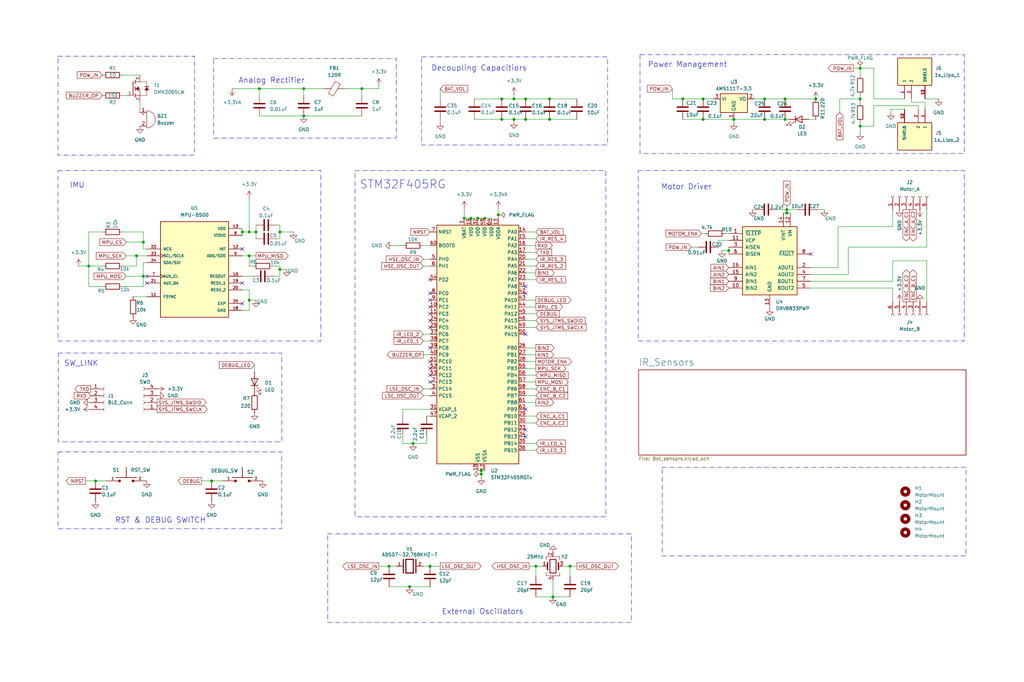
<source format=kicad_sch>
(kicad_sch (version 20231120) (generator "eeschema") (generator_version "8.0")
  (paper "User" 381 254)
  (lib_symbols
    (symbol "ABS07-32.768KHZ:ABS07-32.768KHZ-T" (pin_names (offset 1.016))
      (property "Reference" "Y" (at -5.0878 3.8159 0))
      (property "Value" "ABS07-32.768KHZ-T" (at -5.0944 -5.0944 0))
      (symbol "ABS07-32.768KHZ-T_0_0"
        (pin passive line (at -5.08 0 0) (length 2.54) (name "~") (number "1"))
        (pin passive line (at 5.08 0 180) (length 2.54) (name "~") (number "2"))
      )
    )
    (symbol "Conn_BM02B-SRSS-TB:BM02B-SRSS-TB_LF__SN_" (pin_names (offset 1.016))
      (property "Reference" "J" (at -5.08 8.382 0))
      (property "Value" "BM02B-SRSS-TB_LF__SN_" (at -5.08 -7.62 0))
      (symbol "BM02B-SRSS-TB_LF__SN__0_0"
        (pin passive line (at -10.16 5.08 0) (length 5.08) (name "1") (number "1"))
        (pin passive line (at -10.16 2.54 0) (length 5.08) (name "2") (number "2"))
        (pin passive line (at -10.16 -2.54 0) (length 5.08) (name "SHIELD") (number "S1"))
        (pin passive line (at -10.16 -2.54 0) (length 5.08) (name "SHIELD") (number "S2"))
      )
    )
    (symbol "Connector:Conn_01x04_Socket" (pin_names (offset 1.016) hide)
      (property "Reference" "J" (at 0 5.08 0))
      (property "Value" "Conn_01x04_Socket" (at 0 -7.62 0))
      (symbol "Conn_01x04_Socket_1_1"
        (pin passive line (at -5.08 2.54 0) (length 3.81) (name "Pin_1") (number "1"))
        (pin passive line (at -5.08 0 0) (length 3.81) (name "Pin_2") (number "2"))
        (pin passive line (at -5.08 -2.54 0) (length 3.81) (name "Pin_3") (number "3"))
        (pin passive line (at -5.08 -5.08 0) (length 3.81) (name "Pin_4") (number "4"))
      )
    )
    (symbol "Connector:Conn_01x06_Socket" (pin_names (offset 1.016) hide)
      (property "Reference" "J" (at 0 7.62 0))
      (property "Value" "Conn_01x06_Socket" (at 0 -10.16 0))
      (symbol "Conn_01x06_Socket_1_1"
        (pin passive line (at -5.08 5.08 0) (length 3.81) (name "Pin_1") (number "1"))
        (pin passive line (at -5.08 2.54 0) (length 3.81) (name "Pin_2") (number "2"))
        (pin passive line (at -5.08 0 0) (length 3.81) (name "Pin_3") (number "3"))
        (pin passive line (at -5.08 -2.54 0) (length 3.81) (name "Pin_4") (number "4"))
        (pin passive line (at -5.08 -5.08 0) (length 3.81) (name "Pin_5") (number "5"))
        (pin passive line (at -5.08 -7.62 0) (length 3.81) (name "Pin_6") (number "6"))
      )
    )
    (symbol "DMN3065LW-7:DMN3065LW" (pin_names (offset 1.016))
      (property "Reference" "T" (at -11.43 2.54 0))
      (property "Value" "DMN3065LW" (at -11.43 0 0))
      (symbol "DMN3065LW_0_0"
        (pin passive line (at -2.54 -2.54 0) (length 2.54) (name "~") (number "1"))
        (pin passive line (at 2.54 -5.08 90) (length 2.54) (name "~") (number "2"))
        (pin passive line (at 2.54 5.08 270) (length 2.54) (name "~") (number "3"))
      )
    )
    (symbol "Device:Buzzer" (pin_names (offset 0.0254) hide)
      (property "Reference" "BZ" (at 3.81 1.27 0))
      (property "Value" "Buzzer" (at 3.81 -1.27 0))
      (symbol "Buzzer_1_1"
        (pin passive line (at -2.54 2.54 0) (length 2.54) (name "+") (number "1"))
        (pin passive line (at -2.54 -2.54 0) (length 2.54) (name "-") (number "2"))
      )
    )
    (symbol "Device:C" (pin_numbers hide) (pin_names (offset 0.254))
      (property "Reference" "C" (at 0.635 2.54 0))
      (property "Value" "C" (at 0.635 -2.54 0))
      (symbol "C_1_1"
        (pin passive line (at 0 3.81 270) (length 2.794) (name "~") (number "1"))
        (pin passive line (at 0 -3.81 90) (length 2.794) (name "~") (number "2"))
      )
    )
    (symbol "Device:Crystal_GND24" (pin_names (offset 1.016) hide)
      (property "Reference" "Y" (at 3.175 5.08 0))
      (property "Value" "Crystal_GND24" (at 3.175 3.175 0))
      (symbol "Crystal_GND24_1_1"
        (pin passive line (at -3.81 0 0) (length 1.27) (name "1") (number "1"))
        (pin passive line (at 0 5.08 270) (length 1.27) (name "2") (number "2"))
        (pin passive line (at 3.81 0 180) (length 1.27) (name "3") (number "3"))
        (pin passive line (at 0 -5.08 90) (length 1.27) (name "4") (number "4"))
      )
    )
    (symbol "Device:FerriteBead" (pin_numbers hide) (pin_names (offset 0))
      (property "Reference" "FB" (at -3.81 0.635 90))
      (property "Value" "FerriteBead" (at 3.81 0 90))
      (symbol "FerriteBead_1_1"
        (pin passive line (at 0 3.81 270) (length 2.54) (name "~") (number "1"))
        (pin passive line (at 0 -3.81 90) (length 2.54) (name "~") (number "2"))
      )
    )
    (symbol "Device:LED" (pin_numbers hide) (pin_names (offset 1.016) hide)
      (property "Reference" "D" (at 0 2.54 0))
      (property "Value" "LED" (at 0 -2.54 0))
      (symbol "LED_1_1"
        (pin passive line (at -3.81 0 0) (length 2.54) (name "K") (number "1"))
        (pin passive line (at 3.81 0 180) (length 2.54) (name "A") (number "2"))
      )
    )
    (symbol "Device:R" (pin_numbers hide) (pin_names (offset 0))
      (property "Reference" "R" (at 2.032 0 90))
      (property "Value" "R" (at 0 0 90))
      (symbol "R_1_1"
        (pin passive line (at 0 3.81 270) (length 1.27) (name "~") (number "1"))
        (pin passive line (at 0 -3.81 90) (length 1.27) (name "~") (number "2"))
      )
    )
    (symbol "Driver_Motor:DRV8833PWP" (pin_names (offset 1.016))
      (property "Reference" "U" (at -3.81 16.51 0))
      (property "Value" "DRV8833PWP" (at -3.81 13.97 0))
      (symbol "DRV8833PWP_1_1"
        (pin input line (at -15.24 10.16 0) (length 5.08) (name "~{SLEEP}") (number "1"))
        (pin input line (at -15.24 -10.16 0) (length 5.08) (name "BIN2") (number "10"))
        (pin bidirectional line (at -15.24 7.62 0) (length 5.08) (name "VCP") (number "11"))
        (pin power_in line (at 7.62 17.78 270) (length 5.08) (name "VM") (number "12"))
        (pin power_in line (at 0 -17.78 90) (length 5.08) (name "GND") (number "13"))
        (pin power_in line (at 5.08 17.78 270) (length 5.08) (name "VINT") (number "14"))
        (pin input line (at -15.24 -5.08 0) (length 5.08) (name "AIN2") (number "15"))
        (pin input line (at -15.24 -2.54 0) (length 5.08) (name "AIN1") (number "16"))
        (pin passive line (at 0 -17.78 90) (length 5.08) hide (name "GND") (number "17"))
        (pin power_out line (at 15.24 -2.54 180) (length 5.08) (name "AOUT1") (number "2"))
        (pin bidirectional line (at -15.24 5.08 0) (length 5.08) (name "AISEN") (number "3"))
        (pin power_out line (at 15.24 -5.08 180) (length 5.08) (name "AOUT2") (number "4"))
        (pin power_out line (at 15.24 -10.16 180) (length 5.08) (name "BOUT2") (number "5"))
        (pin bidirectional line (at -15.24 2.54 0) (length 5.08) (name "BISEN") (number "6"))
        (pin power_out line (at 15.24 -7.62 180) (length 5.08) (name "BOUT1") (number "7"))
        (pin open_collector line (at 15.24 2.54 180) (length 5.08) (name "~{FAULT}") (number "8"))
        (pin input line (at -15.24 -7.62 0) (length 5.08) (name "BIN1") (number "9"))
      )
    )
    (symbol "MCU_ST_STM32F4:STM32F405RGTx"
      (property "Reference" "U" (at -15.24 46.99 0))
      (property "Value" "STM32F405RGTx" (at 10.16 46.99 0))
      (symbol "STM32F405RGTx_1_1"
        (pin power_in line (at -5.08 48.26 270) (length 2.54) (name "VBAT") (number "1"))
        (pin bidirectional line (at -17.78 15.24 0) (length 2.54) (name "PC2") (number "10"))
        (pin bidirectional line (at -17.78 12.7 0) (length 2.54) (name "PC3") (number "11"))
        (pin power_in line (at 2.54 -45.72 90) (length 2.54) (name "VSSA") (number "12"))
        (pin power_in line (at 7.62 48.26 270) (length 2.54) (name "VDDA") (number "13"))
        (pin bidirectional line (at 17.78 43.18 180) (length 2.54) (name "PA0") (number "14"))
        (pin bidirectional line (at 17.78 40.64 180) (length 2.54) (name "PA1") (number "15"))
        (pin bidirectional line (at 17.78 38.1 180) (length 2.54) (name "PA2") (number "16"))
        (pin bidirectional line (at 17.78 35.56 180) (length 2.54) (name "PA3") (number "17"))
        (pin power_in line (at 0 -45.72 90) (length 2.54) (name "VSS") (number "18"))
        (pin power_in line (at -2.54 48.26 270) (length 2.54) (name "VDD") (number "19"))
        (pin bidirectional line (at -17.78 -12.7 0) (length 2.54) (name "PC13") (number "2"))
        (pin bidirectional line (at 17.78 33.02 180) (length 2.54) (name "PA4") (number "20"))
        (pin bidirectional line (at 17.78 30.48 180) (length 2.54) (name "PA5") (number "21"))
        (pin bidirectional line (at 17.78 27.94 180) (length 2.54) (name "PA6") (number "22"))
        (pin bidirectional line (at 17.78 25.4 180) (length 2.54) (name "PA7") (number "23"))
        (pin bidirectional line (at -17.78 10.16 0) (length 2.54) (name "PC4") (number "24"))
        (pin bidirectional line (at -17.78 7.62 0) (length 2.54) (name "PC5") (number "25"))
        (pin bidirectional line (at 17.78 0 180) (length 2.54) (name "PB0") (number "26"))
        (pin bidirectional line (at 17.78 -2.54 180) (length 2.54) (name "PB1") (number "27"))
        (pin bidirectional line (at 17.78 -5.08 180) (length 2.54) (name "PB2") (number "28"))
        (pin bidirectional line (at 17.78 -25.4 180) (length 2.54) (name "PB10") (number "29"))
        (pin bidirectional line (at -17.78 -15.24 0) (length 2.54) (name "PC14") (number "3"))
        (pin bidirectional line (at 17.78 -27.94 180) (length 2.54) (name "PB11") (number "30"))
        (pin power_out line (at -17.78 -22.86 0) (length 2.54) (name "VCAP_1") (number "31"))
        (pin power_in line (at 0 48.26 270) (length 2.54) (name "VDD") (number "32"))
        (pin bidirectional line (at 17.78 -30.48 180) (length 2.54) (name "PB12") (number "33"))
        (pin bidirectional line (at 17.78 -33.02 180) (length 2.54) (name "PB13") (number "34"))
        (pin bidirectional line (at 17.78 -35.56 180) (length 2.54) (name "PB14") (number "35"))
        (pin bidirectional line (at 17.78 -38.1 180) (length 2.54) (name "PB15") (number "36"))
        (pin bidirectional line (at -17.78 5.08 0) (length 2.54) (name "PC6") (number "37"))
        (pin bidirectional line (at -17.78 2.54 0) (length 2.54) (name "PC7") (number "38"))
        (pin bidirectional line (at -17.78 0 0) (length 2.54) (name "PC8") (number "39"))
        (pin bidirectional line (at -17.78 -17.78 0) (length 2.54) (name "PC15") (number "4"))
        (pin bidirectional line (at -17.78 -2.54 0) (length 2.54) (name "PC9") (number "40"))
        (pin bidirectional line (at 17.78 22.86 180) (length 2.54) (name "PA8") (number "41"))
        (pin bidirectional line (at 17.78 20.32 180) (length 2.54) (name "PA9") (number "42"))
        (pin bidirectional line (at 17.78 17.78 180) (length 2.54) (name "PA10") (number "43"))
        (pin bidirectional line (at 17.78 15.24 180) (length 2.54) (name "PA11") (number "44"))
        (pin bidirectional line (at 17.78 12.7 180) (length 2.54) (name "PA12") (number "45"))
        (pin bidirectional line (at 17.78 10.16 180) (length 2.54) (name "PA13") (number "46"))
        (pin power_out line (at -17.78 -25.4 0) (length 2.54) (name "VCAP_2") (number "47"))
        (pin power_in line (at 2.54 48.26 270) (length 2.54) (name "VDD") (number "48"))
        (pin bidirectional line (at 17.78 7.62 180) (length 2.54) (name "PA14") (number "49"))
        (pin bidirectional line (at -17.78 33.02 0) (length 2.54) (name "PH0") (number "5"))
        (pin bidirectional line (at 17.78 5.08 180) (length 2.54) (name "PA15") (number "50"))
        (pin bidirectional line (at -17.78 -5.08 0) (length 2.54) (name "PC10") (number "51"))
        (pin bidirectional line (at -17.78 -7.62 0) (length 2.54) (name "PC11") (number "52"))
        (pin bidirectional line (at -17.78 -10.16 0) (length 2.54) (name "PC12") (number "53"))
        (pin bidirectional line (at -17.78 25.4 0) (length 2.54) (name "PD2") (number "54"))
        (pin bidirectional line (at 17.78 -7.62 180) (length 2.54) (name "PB3") (number "55"))
        (pin bidirectional line (at 17.78 -10.16 180) (length 2.54) (name "PB4") (number "56"))
        (pin bidirectional line (at 17.78 -12.7 180) (length 2.54) (name "PB5") (number "57"))
        (pin bidirectional line (at 17.78 -15.24 180) (length 2.54) (name "PB6") (number "58"))
        (pin bidirectional line (at 17.78 -17.78 180) (length 2.54) (name "PB7") (number "59"))
        (pin bidirectional line (at -17.78 30.48 0) (length 2.54) (name "PH1") (number "6"))
        (pin input line (at -17.78 38.1 0) (length 2.54) (name "BOOT0") (number "60"))
        (pin bidirectional line (at 17.78 -20.32 180) (length 2.54) (name "PB8") (number "61"))
        (pin bidirectional line (at 17.78 -22.86 180) (length 2.54) (name "PB9") (number "62"))
        (pin passive line (at 0 -45.72 90) (length 2.54) hide (name "VSS") (number "63"))
        (pin power_in line (at 5.08 48.26 270) (length 2.54) (name "VDD") (number "64"))
        (pin input line (at -17.78 43.18 0) (length 2.54) (name "NRST") (number "7"))
        (pin bidirectional line (at -17.78 20.32 0) (length 2.54) (name "PC0") (number "8"))
        (pin bidirectional line (at -17.78 17.78 0) (length 2.54) (name "PC1") (number "9"))
      )
    )
    (symbol "MPU-6500:MPU-6500" (pin_names (offset 1.016))
      (property "Reference" "U" (at -12.7 19.05 0))
      (property "Value" "MPU-6500" (at -12.7 -19.05 0))
      (symbol "MPU-6500_0_0"
        (pin output line (at 17.78 -2.54 180) (length 5.08) (name "REGOUT") (number "10"))
        (pin input line (at -17.78 -10.16 0) (length 5.08) (name "FSYNC") (number "11"))
        (pin output line (at 17.78 7.62 180) (length 5.08) (name "INT") (number "12"))
        (pin power_in line (at 17.78 15.24 180) (length 5.08) (name "VDD") (number "13"))
        (pin power_in line (at 17.78 -15.24 180) (length 5.08) (name "GND") (number "18"))
        (pin passive line (at 17.78 -5.08 180) (length 5.08) (name "RESV_1") (number "19"))
        (pin passive line (at 17.78 -7.62 180) (length 5.08) (name "RESV_2") (number "20"))
        (pin bidirectional line (at -17.78 -5.08 0) (length 5.08) (name "AUX_DA") (number "21"))
        (pin input line (at -17.78 7.62 0) (length 5.08) (name "NCS") (number "22"))
        (pin input clock (at -17.78 5.08 0) (length 5.08) (name "SCL/SCLK") (number "23"))
        (pin bidirectional line (at -17.78 2.54 0) (length 5.08) (name "SDA/SDI") (number "24"))
        (pin passive line (at 17.78 -12.7 180) (length 5.08) (name "EXP") (number "25"))
        (pin input clock (at -17.78 -2.54 0) (length 5.08) (name "AUX_CL") (number "7"))
        (pin power_in line (at 17.78 12.7 180) (length 5.08) (name "VDDIO") (number "8"))
        (pin output line (at 17.78 5.08 180) (length 5.08) (name "AD0/SDO") (number "9"))
      )
    )
    (symbol "Mechanical:MountingHole" (pin_names (offset 1.016)) (exclude_from_sim yes) (in_bom no)
      (property "Reference" "H" (at 0 5.08 0))
      (property "Value" "MountingHole" (at 0 3.175 0))
    )
    (symbol "Regulator_Linear:AMS1117-3.3"
      (property "Reference" "U" (at -3.81 3.175 0))
      (property "Value" "AMS1117-3.3" (at 0 3.175 0))
      (symbol "AMS1117-3.3_1_1"
        (pin power_in line (at 0 -7.62 90) (length 2.54) (name "GND") (number "1"))
        (pin power_out line (at 7.62 0 180) (length 2.54) (name "VO") (number "2"))
        (pin power_in line (at -7.62 0 0) (length 2.54) (name "VI") (number "3"))
      )
    )
    (symbol "SW_TL1015:TL1015AF160QG" (pin_names (offset 1.016))
      (property "Reference" "S" (at -5.08 6.35 0))
      (property "Value" "TL1015AF160QG" (at -5.08 -5.08 0))
      (symbol "TL1015AF160QG_0_0"
        (pin passive line (at -7.62 0 0) (length 5.08) (name "~") (number "1"))
        (pin passive line (at 7.62 0 180) (length 5.08) (name "~") (number "2"))
      )
    )
    (symbol "power:+3.3V" (power) (pin_numbers hide) (pin_names (offset 0) hide)
      (property "Value" "+3.3V" (at 0 3.556 0))
      (symbol "+3.3V_1_1"
        (pin power_in line (at 0 0 90) (length 0) (name "~") (number "1"))
      )
    )
    (symbol "power:+3.3VA" (power) (pin_numbers hide) (pin_names (offset 0) hide)
      (property "Value" "+3.3VA" (at 0 3.556 0))
      (symbol "+3.3VA_1_1"
        (pin power_in line (at 0 0 90) (length 0) (name "~") (number "1"))
      )
    )
    (symbol "power:GND" (power) (pin_numbers hide) (pin_names (offset 0) hide)
      (property "Value" "GND" (at 0 -3.81 0))
      (symbol "GND_1_1"
        (pin power_in line (at 0 0 270) (length 0) (name "~") (number "1"))
      )
    )
    (symbol "power:PWR_FLAG" (power) (pin_numbers hide) (pin_names (offset 0) hide)
      (property "Value" "PWR_FLAG" (at 0 3.81 0))
      (symbol "PWR_FLAG_0_0"
        (pin power_out line (at 0 0 90) (length 0) (name "~") (number "1"))
      )
    )
  )
  (junction (at 320.04 36.83))
  (junction (at 53.34 102.87))
  (junction (at 185.42 80.01))
  (junction (at 186.69 44.45))
  (junction (at 292.1 44.45))
  (junction (at 284.48 44.45))
  (junction (at 104.14 86.36))
  (junction (at 204.47 44.45))
  (junction (at 95.25 86.36))
  (junction (at 212.09 210.82))
  (junction (at 273.05 44.45))
  (junction (at 50.8 95.25))
  (junction (at 179.07 176.53))
  (junction (at 320.04 25.4))
  (junction (at 152.4 218.44))
  (junction (at 292.7559 79.3308))
  (junction (at 205.74 222.25))
  (junction (at 35.56 179.07))
  (junction (at 284.48 36.83))
  (junction (at 199.39 210.82))
  (junction (at 92.71 95.25))
  (junction (at 186.69 36.83))
  (junction (at 191.2284 44.45))
  (junction (at 90.17 86.36))
  (junction (at 78.74 179.07))
  (junction (at 292.1 36.83))
  (junction (at 261.62 36.83))
  (junction (at 33.02 99.06))
  (junction (at 177.8 81.28))
  (junction (at 144.78 210.82))
  (junction (at 292.7559 78.0608))
  (junction (at 191.2284 36.83))
  (junction (at 303.53 36.83))
  (junction (at 160.02 210.82))
  (junction (at 175.26 81.28))
  (junction (at 271.1659 93.3008))
  (junction (at 104.14 100.33))
  (junction (at 113.03 43.18))
  (junction (at 134.62 33.02))
  (junction (at 153.67 165.1))
  (junction (at 172.72 81.28))
  (junction (at 113.03 33.02))
  (junction (at 320.04 46.99))
  (junction (at 195.58 36.83))
  (junction (at 204.47 36.83))
  (junction (at 179.07 175.26))
  (junction (at 261.62 44.45))
  (junction (at 92.71 111.76))
  (junction (at 53.34 90.17))
  (junction (at 195.58 44.45))
  (junction (at 92.71 86.36))
  (junction (at 180.34 81.28))
  (junction (at 254 36.83))
  (junction (at 96.52 33.02))
  (no_connect (at 160.02 142.24))
  (no_connect (at 195.58 162.56))
  (no_connect (at 160.02 134.62))
  (no_connect (at 160.02 111.76))
  (no_connect (at 54.61 102.87))
  (no_connect (at 160.02 109.22))
  (no_connect (at 90.17 105.41))
  (no_connect (at 160.02 114.3))
  (no_connect (at 195.58 152.4))
  (no_connect (at 301.6459 94.5708))
  (no_connect (at 195.58 124.46))
  (no_connect (at 54.61 105.41))
  (no_connect (at 195.58 160.02))
  (no_connect (at 160.02 104.14))
  (no_connect (at 160.02 129.54))
  (no_connect (at 195.58 109.22))
  (no_connect (at 195.58 106.68))
  (no_connect (at 160.02 121.92))
  (no_connect (at 90.17 113.03))
  (no_connect (at 160.02 116.84))
  (no_connect (at 90.17 92.71))
  (no_connect (at 160.02 139.7))
  (no_connect (at 160.02 119.38))
  (no_connect (at 160.02 137.16))
  (wire (pts (xy 315.6159 102.1908) (xy 315.6159 92.0308)))
  (wire (pts (xy 195.58 114.3) (xy 199.39 114.3)))
  (wire (pts (xy 292.7559 78.0608) (xy 296.5659 78.0608)))
  (wire (pts (xy 45.72 99.06) (xy 50.8 99.06)))
  (wire (pts (xy 344.17 38.1) (xy 339.09 38.1)))
  (wire (pts (xy 92.71 111.76) (xy 95.25 111.76)))
  (wire (pts (xy 204.47 44.45) (xy 214.63 44.45)))
  (wire (pts (xy 301.6459 102.1908) (xy 315.6159 102.1908)))
  (wire (pts (xy 50.8 99.06) (xy 50.8 95.25)))
  (wire (pts (xy 292.1 44.45) (xy 293.37 44.45)))
  (wire (pts (xy 176.53 36.83) (xy 186.69 36.83)))
  (wire (pts (xy 46.99 102.87) (xy 53.34 102.87)))
  (wire (pts (xy 92.71 115.57) (xy 90.17 115.57)))
  (wire (pts (xy 163.83 44.45) (xy 163.83 45.72)))
  (wire (pts (xy 195.58 111.76) (xy 199.39 111.76)))
  (wire (pts (xy 195.58 157.48) (xy 199.39 157.48)))
  (wire (pts (xy 336.55 40.64) (xy 331.47 40.64)))
  (wire (pts (xy 315.6159 92.0308) (xy 344.8259 92.0308)))
  (wire (pts (xy 291.4859 79.3308) (xy 292.7559 79.3308)))
  (wire (pts (xy 92.71 111.76) (xy 92.71 115.57)))
  (wire (pts (xy 261.0059 86.9508) (xy 262.2759 86.9508)))
  (wire (pts (xy 301.6459 104.7308) (xy 332.1259 104.7308)))
  (wire (pts (xy 195.58 139.7) (xy 199.39 139.7)))
  (wire (pts (xy 92.71 73.66) (xy 92.71 86.36)))
  (wire (pts (xy 205.74 222.25) (xy 212.09 222.25)))
  (wire (pts (xy 95.25 83.82) (xy 95.25 86.36)))
  (wire (pts (xy 177.8 175.26) (xy 179.07 175.26)))
  (wire (pts (xy 284.48 44.45) (xy 292.1 44.45)))
  (wire (pts (xy 52.07 38.1) (xy 52.07 41.91)))
  (wire (pts (xy 104.14 83.82) (xy 104.14 86.36)))
  (wire (pts (xy 92.71 107.95) (xy 92.71 111.76)))
  (wire (pts (xy 158.75 165.1) (xy 158.75 162.56)))
  (wire (pts (xy 104.14 102.87) (xy 101.6 102.87)))
  (wire (pts (xy 78.74 179.07) (xy 82.55 179.07)))
  (wire (pts (xy 257.1959 92.0308) (xy 259.7359 92.0308)))
  (wire (pts (xy 195.58 167.64) (xy 199.39 167.64)))
  (wire (pts (xy 284.48 36.83) (xy 292.1 36.83)))
  (wire (pts (xy 152.4 218.44) (xy 160.02 218.44)))
  (wire (pts (xy 90.17 102.87) (xy 93.98 102.87)))
  (wire (pts (xy 149.86 91.44) (xy 146.05 91.44)))
  (wire (pts (xy 86.36 33.02) (xy 96.52 33.02)))
  (wire (pts (xy 157.48 144.78) (xy 160.02 144.78)))
  (wire (pts (xy 195.58 134.62) (xy 199.39 134.62)))
  (wire (pts (xy 92.71 86.36) (xy 95.25 86.36)))
  (wire (pts (xy 199.39 222.25) (xy 205.74 222.25)))
  (wire (pts (xy 157.48 96.52) (xy 160.02 96.52)))
  (wire (pts (xy 157.48 91.44) (xy 160.02 91.44)))
  (wire (pts (xy 344.8259 92.0308) (xy 344.8259 78.0608)))
  (wire (pts (xy 199.39 214.63) (xy 199.39 210.82)))
  (wire (pts (xy 186.69 36.83) (xy 191.2284 36.83)))
  (wire (pts (xy 74.93 179.07) (xy 78.74 179.07)))
  (wire (pts (xy 300.99 44.45) (xy 303.53 44.45)))
  (wire (pts (xy 325.12 39.37) (xy 341.63 39.37)))
  (wire (pts (xy 191.2284 35.1263) (xy 191.2284 36.83)))
  (wire (pts (xy 205.74 215.9) (xy 205.74 222.25)))
  (wire (pts (xy 92.71 99.06) (xy 92.71 95.25)))
  (wire (pts (xy 271.1659 92.0308) (xy 271.1659 93.3008)))
  (wire (pts (xy 45.72 35.56) (xy 46.99 35.56)))
  (wire (pts (xy 53.34 97.79) (xy 53.34 102.87)))
  (wire (pts (xy 185.42 77.47) (xy 185.42 80.01)))
  (wire (pts (xy 304.1859 78.0608) (xy 306.7259 78.0608)))
  (wire (pts (xy 102.87 83.82) (xy 104.14 83.82)))
  (wire (pts (xy 157.48 99.06) (xy 160.02 99.06)))
  (wire (pts (xy 113.03 33.02) (xy 113.03 35.56)))
  (wire (pts (xy 45.72 106.68) (xy 53.34 106.68)))
  (wire (pts (xy 195.58 142.24) (xy 199.39 142.24)))
  (wire (pts (xy 332.1259 107.2708) (xy 332.1259 112.3508)))
  (wire (pts (xy 271.1659 89.4908) (xy 267.3559 89.4908)))
  (wire (pts (xy 320.04 35.56) (xy 320.04 36.83)))
  (wire (pts (xy 320.04 45.72) (xy 320.04 46.99)))
  (wire (pts (xy 195.58 144.78) (xy 199.39 144.78)))
  (wire (pts (xy 311.8059 99.6508) (xy 311.8059 84.4108)))
  (wire (pts (xy 134.62 33.02) (xy 140.97 33.02)))
  (wire (pts (xy 46.99 95.25) (xy 50.8 95.25)))
  (wire (pts (xy 311.8059 84.4108) (xy 332.1259 84.4108)))
  (wire (pts (xy 312.42 41.91) (xy 312.42 36.83)))
  (wire (pts (xy 325.12 39.37) (xy 325.12 46.99)))
  (wire (pts (xy 53.34 86.36) (xy 53.34 90.17)))
  (wire (pts (xy 195.58 137.16) (xy 199.39 137.16)))
  (wire (pts (xy 212.09 210.82) (xy 214.63 210.82)))
  (wire (pts (xy 54.61 110.49) (xy 49.53 110.49)))
  (wire (pts (xy 195.58 165.1) (xy 199.39 165.1)))
  (wire (pts (xy 54.61 97.79) (xy 53.34 97.79)))
  (wire (pts (xy 90.17 86.36) (xy 90.17 87.63)))
  (wire (pts (xy 254 36.83) (xy 250.19 36.83)))
  (wire (pts (xy 179.07 177.8) (xy 179.07 176.53)))
  (wire (pts (xy 53.34 106.68) (xy 53.34 102.87)))
  (wire (pts (xy 90.17 95.25) (xy 92.71 95.25)))
  (wire (pts (xy 140.97 210.82) (xy 144.78 210.82)))
  (wire (pts (xy 179.07 176.53) (xy 179.07 175.26)))
  (wire (pts (xy 38.1 86.36) (xy 33.02 86.36)))
  (wire (pts (xy 301.6459 99.6508) (xy 311.8059 99.6508)))
  (wire (pts (xy 332.1259 104.7308) (xy 332.1259 97.1108)))
  (wire (pts (xy 33.02 86.36) (xy 33.02 99.06)))
  (wire (pts (xy 153.67 165.1) (xy 158.75 165.1)))
  (wire (pts (xy 195.58 132.08) (xy 199.39 132.08)))
  (wire (pts (xy 261.62 36.83) (xy 265.43 36.83)))
  (wire (pts (xy 195.58 86.36) (xy 199.39 86.36)))
  (wire (pts (xy 92.71 95.25) (xy 95.25 95.25)))
  (wire (pts (xy 46.99 90.17) (xy 53.34 90.17)))
  (wire (pts (xy 344.8259 97.1108) (xy 344.8259 112.3508)))
  (wire (pts (xy 325.12 25.4) (xy 320.04 25.4)))
  (wire (pts (xy 196.85 210.82) (xy 199.39 210.82)))
  (wire (pts (xy 336.55 36.83) (xy 325.12 36.83)))
  (wire (pts (xy 144.78 210.82) (xy 147.32 210.82)))
  (wire (pts (xy 163.83 33.02) (xy 163.83 36.83)))
  (wire (pts (xy 254 36.83) (xy 261.62 36.83)))
  (wire (pts (xy 212.09 210.82) (xy 212.09 214.63)))
  (wire (pts (xy 292.7559 79.3308) (xy 294.0259 79.3308)))
  (wire (pts (xy 320.04 25.4) (xy 320.04 27.94)))
  (wire (pts (xy 186.69 44.45) (xy 191.2284 44.45)))
  (wire (pts (xy 149.86 152.4) (xy 149.86 154.94)))
  (wire (pts (xy 195.58 116.84) (xy 199.39 116.84)))
  (wire (pts (xy 175.26 81.28) (xy 177.8 81.28)))
  (wire (pts (xy 179.07 175.26) (xy 180.34 175.26)))
  (wire (pts (xy 45.72 86.36) (xy 53.34 86.36)))
  (wire (pts (xy 128.27 33.02) (xy 134.62 33.02)))
  (wire (pts (xy 50.8 95.25) (xy 54.61 95.25)))
  (wire (pts (xy 104.14 88.9) (xy 102.87 88.9)))
  (wire (pts (xy 158.75 154.94) (xy 160.02 154.94)))
  (wire (pts (xy 149.86 165.1) (xy 153.67 165.1)))
  (wire (pts (xy 177.8 81.28) (xy 180.34 81.28)))
  (wire (pts (xy 33.02 99.06) (xy 38.1 99.06)))
  (wire (pts (xy 191.2284 44.45) (xy 195.58 44.45)))
  (wire (pts (xy 261.62 44.45) (xy 273.05 44.45)))
  (wire (pts (xy 95.25 86.36) (xy 95.25 88.9)))
  (wire (pts (xy 90.17 85.09) (xy 90.17 86.36)))
  (wire (pts (xy 144.78 218.44) (xy 152.4 218.44)))
  (wire (pts (xy 53.34 92.71) (xy 54.61 92.71)))
  (wire (pts (xy 157.48 132.08) (xy 160.02 132.08)))
  (wire (pts (xy 33.02 106.68) (xy 38.1 106.68)))
  (wire (pts (xy 157.48 127) (xy 160.02 127)))
  (wire (pts (xy 101.6 99.06) (xy 104.14 99.06)))
  (wire (pts (xy 172.72 81.28) (xy 175.26 81.28)))
  (wire (pts (xy 195.58 93.98) (xy 199.39 93.98)))
  (wire (pts (xy 104.14 100.33) (xy 106.68 100.33)))
  (wire (pts (xy 195.58 88.9) (xy 199.39 88.9)))
  (wire (pts (xy 195.58 149.86) (xy 199.39 149.86)))
  (wire (pts (xy 31.75 179.07) (xy 35.56 179.07)))
  (wire (pts (xy 104.14 86.36) (xy 109.22 86.36)))
  (wire (pts (xy 195.58 99.06) (xy 199.39 99.06)))
  (wire (pts (xy 209.55 210.82) (xy 212.09 210.82)))
  (wire (pts (xy 325.12 36.83) (xy 325.12 25.4)))
  (wire (pts (xy 280.67 36.83) (xy 284.48 36.83)))
  (wire (pts (xy 172.72 77.47) (xy 172.72 81.28)))
  (wire (pts (xy 312.42 36.83) (xy 320.04 36.83)))
  (wire (pts (xy 195.58 104.14) (xy 199.39 104.14)))
  (wire (pts (xy 90.17 86.36) (xy 92.71 86.36)))
  (wire (pts (xy 96.52 33.02) (xy 96.52 35.56)))
  (wire (pts (xy 113.03 33.02) (xy 120.65 33.02)))
  (wire (pts (xy 331.47 40.64) (xy 331.47 41.91)))
  (wire (pts (xy 104.14 100.33) (xy 104.14 102.87)))
  (wire (pts (xy 94.7047 135.9185) (xy 94.7047 138.4585)))
  (wire (pts (xy 288.9459 78.0608) (xy 292.7559 78.0608)))
  (wire (pts (xy 113.03 43.18) (xy 134.62 43.18)))
  (wire (pts (xy 104.14 86.36) (xy 104.14 88.9)))
  (wire (pts (xy 280.0559 78.0608) (xy 281.3259 78.0608)))
  (wire (pts (xy 320.04 46.99) (xy 320.04 49.53)))
  (wire (pts (xy 157.48 124.46) (xy 160.02 124.46)))
  (wire (pts (xy 140.97 33.02) (xy 140.97 31.75)))
  (wire (pts (xy 96.52 33.02) (xy 113.03 33.02)))
  (wire (pts (xy 195.58 96.52) (xy 199.39 96.52)))
  (wire (pts (xy 195.58 91.44) (xy 199.39 91.44)))
  (wire (pts (xy 195.58 44.45) (xy 204.47 44.45)))
  (wire (pts (xy 149.86 152.4) (xy 160.02 152.4)))
  (wire (pts (xy 195.58 119.38) (xy 199.39 119.38)))
  (wire (pts (xy 344.17 40.64) (xy 344.17 38.1)))
  (wire (pts (xy 254 44.45) (xy 261.62 44.45)))
  (wire (pts (xy 341.63 40.64) (xy 341.63 39.37)))
  (wire (pts (xy 90.17 107.95) (xy 92.71 107.95)))
  (wire (pts (xy 301.6459 107.2708) (xy 332.1259 107.2708)))
  (wire (pts (xy 292.7559 76.7908) (xy 292.7559 78.0608)))
  (wire (pts (xy 93.98 99.06) (xy 92.71 99.06)))
  (wire (pts (xy 33.02 99.06) (xy 33.02 106.68)))
  (wire (pts (xy 273.05 44.45) (xy 284.48 44.45)))
  (wire (pts (xy 292.1 36.83) (xy 303.53 36.83)))
  (wire (pts (xy 134.62 33.02) (xy 134.62 35.56)))
  (wire (pts (xy 267.3559 89.4908) (xy 267.3559 92.0308)))
  (wire (pts (xy 292.7559 78.0608) (xy 292.7559 79.3308)))
  (wire (pts (xy 325.12 46.99) (xy 320.04 46.99)))
  (wire (pts (xy 104.14 99.06) (xy 104.14 100.33)))
  (wire (pts (xy 317.5 25.4) (xy 320.04 25.4)))
  (wire (pts (xy 271.1659 93.3008) (xy 271.1659 94.5708)))
  (wire (pts (xy 195.58 36.83) (xy 204.47 36.83)))
  (wire (pts (xy 149.86 162.56) (xy 149.86 165.1)))
  (wire (pts (xy 268.6259 93.3008) (xy 271.1659 93.3008)))
  (wire (pts (xy 273.05 44.45) (xy 273.05 45.72)))
  (wire (pts (xy 180.34 81.28) (xy 182.88 81.28)))
  (wire (pts (xy 191.2284 36.83) (xy 195.58 36.83)))
  (wire (pts (xy 185.42 80.01) (xy 185.42 81.28)))
  (wire (pts (xy 195.58 101.6) (xy 199.39 101.6)))
  (wire (pts (xy 269.8959 86.9508) (xy 271.1659 86.9508)))
  (wire (pts (xy 35.56 179.07) (xy 39.37 179.07)))
  (wire (pts (xy 204.47 36.83) (xy 214.63 36.83)))
  (wire (pts (xy 199.39 210.82) (xy 201.93 210.82)))
  (wire (pts (xy 195.58 154.94) (xy 199.39 154.94)))
  (wire (pts (xy 339.09 38.1) (xy 339.09 36.83)))
  (wire (pts (xy 157.48 147.32) (xy 160.02 147.32)))
  (wire (pts (xy 195.58 147.32) (xy 199.39 147.32)))
  (wire (pts (xy 344.17 36.83) (xy 349.25 36.83)))
  (wire (pts (xy 250.19 33.02) (xy 250.19 36.83)))
  (wire (pts (xy 160.02 210.82) (xy 163.83 210.82)))
  (wire (pts (xy 157.48 210.82) (xy 160.02 210.82)))
  (wire (pts (xy 332.1259 84.4108) (xy 332.1259 78.0608)))
  (wire (pts (xy 191.2284 44.45) (xy 191.2284 45.2863)))
  (wire (pts (xy 29.21 99.06) (xy 33.02 99.06)))
  (wire (pts (xy 176.53 44.45) (xy 186.69 44.45)))
  (wire (pts (xy 195.58 121.92) (xy 199.39 121.92)))
  (wire (pts (xy 53.34 92.71) (xy 53.34 90.17)))
  (wire (pts (xy 96.52 43.18) (xy 113.03 43.18)))
  (wire (pts (xy 320.04 36.83) (xy 320.04 38.1)))
  (wire (pts (xy 45.72 27.94) (xy 52.07 27.94)))
  (wire (pts (xy 195.58 129.54) (xy 199.39 129.54)))
  (wire (pts (xy 332.1259 97.1108) (xy 344.8259 97.1108)))
  (rectangle (start 156.845 21.1563) (end 226.06 53.975) (stroke (width 0) (type dash_dot)))
  (rectangle (start 237.49 63.5) (end 358.775 127) (stroke (width 0) (type dash_dot)))
  (rectangle (start 21.6797 131.4735) (end 104.8647 164.4935) (stroke (width 0) (type dash_dot)))
  (rectangle (start 121.92 198.755) (end 234.95 231.775) (stroke (width 0) (type dash_dot)))
  (rectangle (start 132.08 63.5) (end 225.425 192.405) (stroke (width 0) (type dash_dot)))
  (rectangle (start 238.125 20.32) (end 358.775 57.15) (stroke (width 0) (type dash_dot)))
  (rectangle (start 79.4684 21.7913) (end 147.4134 51.435) (stroke (width 0) (type dash_dot)))
  (rectangle (start 246.38 173.99) (end 359.41 207.01) (stroke (width 0) (type dash_dot)))
  (rectangle (start 21.59 63.5) (end 119.38 127) (stroke (width 0) (type dash_dot)))
  (rectangle (start 21.59 168.275) (end 104.775 196.85) (stroke (width 0) (type dash_dot)))
  (rectangle (start 21.59 20.955) (end 72.39 57.785) (stroke (width 0) (type dash_dot)))
  (text "RST & DEBUG SWITCH" (at 59.69 193.802 0) (effects (font (size 2.032 2.032))))
  (text "SW_LINK" (at 30.226 135.382 0) (effects (font (size 2.032 2.032))))
  (text "Power Management" (at 255.778 24.13 0) (effects (font (size 2.032 2.032))))
  (text "External Oscillators" (at 179.578 227.838 0) (effects (font (size 2.032 2.032))))
  (text "Motor Driver" (at 255.4179 69.6788 0) (effects (font (size 2.032 2.032))))
  (text "STM32F405RG" (at 149.86 68.834 0) (effects (font (size 3.048 3.048))))
  (text "IMU" (at 28.702 69.088 0) (effects (font (size 2.032 2.032))))
  (text "Analog Rectifier" (at 101.0584 30.0463 0) (effects (font (size 2.032 2.032))))
  (text "Decoupling Capacitiors" (at 178.2744 25.4743 0) (effects (font (size 2.032 2.032))))
  (global_label "AIN1" (shape input) (at 271.1659 99.6508 180) (property "Intersheetrefs" "${INTERSHEET_REFS}" (effects (hide yes))))
  (global_label "MPU_MOSI" (shape output) (at 199.39 142.24 0) (property "Intersheetrefs" "${INTERSHEET_REFS}" (effects (hide yes))))
  (global_label "ENC_B_C2" (shape output) (at 337.2059 112.3508 90) (property "Intersheetrefs" "${INTERSHEET_REFS}" (effects (hide yes))))
  (global_label "HSE_OSC_IN" (shape output) (at 196.85 210.82 180) (property "Intersheetrefs" "${INTERSHEET_REFS}" (effects (hide yes))))
  (global_label "LSE_OSC_OUT" (shape output) (at 163.83 210.82 0) (property "Intersheetrefs" "${INTERSHEET_REFS}" (effects (hide yes))))
  (global_label "BIN2" (shape output) (at 199.39 129.54 0) (property "Intersheetrefs" "${INTERSHEET_REFS}" (effects (hide yes))))
  (global_label "MOTOR_ENA" (shape output) (at 199.39 134.62 0) (property "Intersheetrefs" "${INTERSHEET_REFS}" (effects (hide yes))))
  (global_label "MPU_MISO" (shape input) (at 199.39 139.7 0) (property "Intersheetrefs" "${INTERSHEET_REFS}" (effects (hide yes))))
  (global_label "POW_IN" (shape input) (at 257.1959 92.0308 180) (property "Intersheetrefs" "${INTERSHEET_REFS}" (effects (hide yes))))
  (global_label "MPU_MOSI" (shape input) (at 46.99 102.87 180) (property "Intersheetrefs" "${INTERSHEET_REFS}" (effects (hide yes))))
  (global_label "LSE_OSC_IN" (shape output) (at 140.97 210.82 180) (property "Intersheetrefs" "${INTERSHEET_REFS}" (effects (hide yes))))
  (global_label "HSE_OSC_OUT" (shape input) (at 157.48 99.06 180) (property "Intersheetrefs" "${INTERSHEET_REFS}" (effects (hide yes))))
  (global_label "NRST" (shape output) (at 31.75 179.07 180) (property "Intersheetrefs" "${INTERSHEET_REFS}" (effects (hide yes))))
  (global_label "ENC_B_C2" (shape input) (at 199.39 147.32 0) (property "Intersheetrefs" "${INTERSHEET_REFS}" (effects (hide yes))))
  (global_label "POW_IN" (shape input) (at 250.19 33.02 180) (property "Intersheetrefs" "${INTERSHEET_REFS}" (effects (hide yes))))
  (global_label "BAT_VOL" (shape input) (at 312.42 41.91 270) (property "Intersheetrefs" "${INTERSHEET_REFS}" (effects (hide yes))))
  (global_label "IR_RES_1" (shape input) (at 199.39 104.14 0) (property "Intersheetrefs" "${INTERSHEET_REFS}" (effects (hide yes))))
  (global_label "NRST" (shape input) (at 160.02 86.36 180) (property "Intersheetrefs" "${INTERSHEET_REFS}" (effects (hide yes))))
  (global_label "IR_RES_4" (shape input) (at 199.39 88.9 0) (property "Intersheetrefs" "${INTERSHEET_REFS}" (effects (hide yes))))
  (global_label "MPU_MISO" (shape output) (at 95.25 95.25 0) (property "Intersheetrefs" "${INTERSHEET_REFS}" (effects (hide yes))))
  (global_label "BAT_VOL" (shape input) (at 163.83 33.02 0) (property "Intersheetrefs" "${INTERSHEET_REFS}" (effects (hide yes))))
  (global_label "HSE_OSC_IN" (shape input) (at 157.48 96.52 180) (property "Intersheetrefs" "${INTERSHEET_REFS}" (effects (hide yes))))
  (global_label "LSE_OSC_OUT" (shape input) (at 157.48 147.32 180) (property "Intersheetrefs" "${INTERSHEET_REFS}" (effects (hide yes))))
  (global_label "BUZZER_OP" (shape output) (at 157.48 132.08 180) (property "Intersheetrefs" "${INTERSHEET_REFS}" (effects (hide yes))))
  (global_label "MPU_CS" (shape output) (at 199.39 114.3 0) (property "Intersheetrefs" "${INTERSHEET_REFS}" (effects (hide yes))))
  (global_label "DEBUG_LED" (shape output) (at 199.39 111.76 0) (property "Intersheetrefs" "${INTERSHEET_REFS}" (effects (hide yes))))
  (global_label "IR_RES_2" (shape input) (at 199.39 99.06 0) (property "Intersheetrefs" "${INTERSHEET_REFS}" (effects (hide yes))))
  (global_label "IR_LED_2" (shape input) (at 157.48 124.46 180) (property "Intersheetrefs" "${INTERSHEET_REFS}" (effects (hide yes))))
  (global_label "MPU_SCK" (shape output) (at 199.39 137.16 0) (property "Intersheetrefs" "${INTERSHEET_REFS}" (effects (hide yes))))
  (global_label "MPU_SCK" (shape input) (at 46.99 95.25 180) (property "Intersheetrefs" "${INTERSHEET_REFS}" (effects (hide yes))))
  (global_label "IR_LED_4" (shape input) (at 199.39 165.1 0) (property "Intersheetrefs" "${INTERSHEET_REFS}" (effects (hide yes))))
  (global_label "LSE_OSC_IN" (shape input) (at 157.48 144.78 180) (property "Intersheetrefs" "${INTERSHEET_REFS}" (effects (hide yes))))
  (global_label "SYS_JTMS_SWCLK" (shape output) (at 58.42 152.4 0) (property "Intersheetrefs" "${INTERSHEET_REFS}" (effects (hide yes))))
  (global_label "BAT_VOL" (shape input) (at 199.39 86.36 0) (property "Intersheetrefs" "${INTERSHEET_REFS}" (effects (hide yes))))
  (global_label "TXD" (shape output) (at 33.7447 144.8085 180) (property "Intersheetrefs" "${INTERSHEET_REFS}" (effects (hide yes))))
  (global_label "DEBUG" (shape output) (at 74.93 179.07 180) (property "Intersheetrefs" "${INTERSHEET_REFS}" (effects (hide yes))))
  (global_label "DEBUG_LED" (shape input) (at 94.7047 135.9185 180) (property "Intersheetrefs" "${INTERSHEET_REFS}" (effects (hide yes))))
  (global_label "RXD" (shape output) (at 199.39 91.44 0) (property "Intersheetrefs" "${INTERSHEET_REFS}" (effects (hide yes))))
  (global_label "POW_IN" (shape input) (at 292.7559 76.7908 90) (property "Intersheetrefs" "${INTERSHEET_REFS}" (effects (hide yes))))
  (global_label "DEBUG" (shape input) (at 199.39 116.84 0) (property "Intersheetrefs" "${INTERSHEET_REFS}" (effects (hide yes))))
  (global_label "BIN2" (shape input) (at 271.1659 107.2708 180) (property "Intersheetrefs" "${INTERSHEET_REFS}" (effects (hide yes))))
  (global_label "MOTOR_ENA" (shape input) (at 261.0059 86.9508 180) (property "Intersheetrefs" "${INTERSHEET_REFS}" (effects (hide yes))))
  (global_label "MPU_CS" (shape input) (at 46.99 90.17 180) (property "Intersheetrefs" "${INTERSHEET_REFS}" (effects (hide yes))))
  (global_label "IR_LED_3" (shape input) (at 199.39 167.64 0) (property "Intersheetrefs" "${INTERSHEET_REFS}" (effects (hide yes))))
  (global_label "ENC_B_C1" (shape input) (at 199.39 144.78 0) (property "Intersheetrefs" "${INTERSHEET_REFS}" (effects (hide yes))))
  (global_label "SYS_JTMS_SWDIO" (shape output) (at 58.42 149.86 0) (property "Intersheetrefs" "${INTERSHEET_REFS}" (effects (hide yes))))
  (global_label "AIN2" (shape input) (at 271.1659 102.1908 180) (property "Intersheetrefs" "${INTERSHEET_REFS}" (effects (hide yes))))
  (global_label "POW_IN" (shape input) (at 38.1 27.94 180) (property "Intersheetrefs" "${INTERSHEET_REFS}" (effects (hide yes))))
  (global_label "POW_IN" (shape output) (at 317.5 25.4 180) (property "Intersheetrefs" "${INTERSHEET_REFS}" (effects (hide yes))))
  (global_label "BUZZER_OP" (shape input) (at 38.1 35.56 180) (property "Intersheetrefs" "${INTERSHEET_REFS}" (effects (hide yes))))
  (global_label "AIN2" (shape output) (at 199.39 149.86 0) (property "Intersheetrefs" "${INTERSHEET_REFS}" (effects (hide yes))))
  (global_label "IR_LED_1" (shape input) (at 157.48 127 180) (property "Intersheetrefs" "${INTERSHEET_REFS}" (effects (hide yes))))
  (global_label "IR_RES_3" (shape input) (at 199.39 96.52 0) (property "Intersheetrefs" "${INTERSHEET_REFS}" (effects (hide yes))))
  (global_label "SYS_JTMS_SWCLK" (shape input) (at 199.39 121.92 0) (property "Intersheetrefs" "${INTERSHEET_REFS}" (effects (hide yes))))
  (global_label "ENC_A_C2" (shape output) (at 339.7459 78.0608 270) (property "Intersheetrefs" "${INTERSHEET_REFS}" (effects (hide yes))))
  (global_label "BIN1" (shape output) (at 199.39 101.6 0) (property "Intersheetrefs" "${INTERSHEET_REFS}" (effects (hide yes))))
  (global_label "AIN1" (shape output) (at 199.39 132.08 0) (property "Intersheetrefs" "${INTERSHEET_REFS}" (effects (hide yes))))
  (global_label "RXD" (shape input) (at 33.7447 147.3485 180) (property "Intersheetrefs" "${INTERSHEET_REFS}" (effects (hide yes))))
  (global_label "ENC_B_C1" (shape output) (at 339.7459 112.3508 90) (property "Intersheetrefs" "${INTERSHEET_REFS}" (effects (hide yes))))
  (global_label "HSE_OSC_OUT" (shape output) (at 214.63 210.82 0) (property "Intersheetrefs" "${INTERSHEET_REFS}" (effects (hide yes))))
  (global_label "TXD" (shape input) (at 199.39 93.98 0) (property "Intersheetrefs" "${INTERSHEET_REFS}" (effects (hide yes))))
  (global_label "SYS_JTMS_SWDIO" (shape input) (at 199.39 119.38 0) (property "Intersheetrefs" "${INTERSHEET_REFS}" (effects (hide yes))))
  (global_label "ENC_A_C1" (shape output) (at 337.2059 78.0608 270) (property "Intersheetrefs" "${INTERSHEET_REFS}" (effects (hide yes))))
  (global_label "BIN1" (shape input) (at 271.1659 104.7308 180) (property "Intersheetrefs" "${INTERSHEET_REFS}" (effects (hide yes))))
  (global_label "ENC_A_C1" (shape input) (at 199.39 154.94 0) (property "Intersheetrefs" "${INTERSHEET_REFS}" (effects (hide yes))))
  (global_label "ENC_A_C2" (shape input) (at 199.39 157.48 0) (property "Intersheetrefs" "${INTERSHEET_REFS}" (effects (hide yes))))
  (symbol (lib_id "power:+3.3V") (at 29.21 99.06 0) (unit 1)
    (property "Reference" "#PWR016" (effects (hide yes)))
    (property "Value" "+3.3V" (at 29.21 93.98 0))
    (property "Description" "Power symbol creates a global label with name \"+3.3V\"" (effects (hide yes)))
  )
  (symbol (lib_id "Connector:Conn_01x04_Socket") (at 53.34 149.86 180) (unit 1)
    (property "Reference" "J3" (at 53.975 139.7 0))
    (property "Value" "SWD" (at 53.975 142.24 0))
    (property "Footprint" "Connector_PinSocket_1.00mm:PinSocket_1x04_P1.00mm_Vertical" (effects (hide yes)))
    (property "Description" "Generic connector, single row, 01x04, script generated" (effects (hide yes)))
  )
  (symbol (lib_id "Device:C") (at 96.52 39.37 0) (unit 1)
    (property "Reference" "C6" (at 100.33 38.0999 0) (effects (justify left)))
    (property "Value" "0.01uF" (at 100.33 40.6399 0) (effects (justify left)))
    (property "Footprint" "Capacitor_SMD:C_0402_1005Metric_Pad0.74x0.62mm_HandSolder" (effects (hide yes)))
    (property "Description" "Unpolarized capacitor" (effects (hide yes)))
  )
  (symbol (lib_id "power:GND") (at 54.61 179.07 0) (unit 1)
    (property "Reference" "#PWR029" (effects (hide yes)))
    (property "Value" "GND" (at 54.61 184.15 0))
    (property "Description" "Power symbol creates a global label with name \"GND\" , ground" (effects (hide yes)))
  )
  (symbol (lib_id "Device:R") (at 41.91 106.68 270) (unit 1)
    (property "Reference" "R5" (at 37.6222 108.323 90))
    (property "Value" "10k" (at 46.5122 107.815 90))
    (property "Footprint" "Resistor_SMD:R_0402_1005Metric_Pad0.72x0.64mm_HandSolder" (effects (hide yes)))
    (property "Description" "Resistor" (effects (hide yes)))
  )
  (symbol (lib_id "power:+3.3VA") (at 185.42 77.47 0) (unit 1)
    (property "Reference" "#PWR04" (effects (hide yes)))
    (property "Value" "+3.3VA" (at 185.42 72.39 0))
    (property "Description" "Power symbol creates a global label with name \"+3.3VA\"" (effects (hide yes)))
  )
  (symbol (lib_id "power:GND") (at 49.53 118.11 0) (unit 1)
    (property "Reference" "#PWR015" (effects (hide yes)))
    (property "Value" "GND" (at 52.578 120.904 0))
    (property "Description" "Power symbol creates a global label with name \"GND\" , ground" (effects (hide yes)))
  )
  (symbol (lib_id "power:PWR_FLAG") (at 320.04 25.4 0) (unit 1)
    (property "Reference" "#FLG03" (effects (hide yes)))
    (property "Value" "PWR_FLAG" (at 320.04 21.59 0))
    (property "Description" "Special symbol for telling ERC where power comes from" (effects (hide yes)))
  )
  (symbol (lib_id "power:GND") (at 58.42 147.32 90) (unit 1)
    (property "Reference" "#PWR035" (effects (hide yes)))
    (property "Value" "GND" (at 62.23 147.3199 90) (effects (justify right)))
    (property "Description" "Power symbol creates a global label with name \"GND\" , ground" (effects (hide yes)))
  )
  (symbol (lib_id "power:GND") (at 106.68 100.33 0) (unit 1)
    (property "Reference" "#PWR013" (effects (hide yes)))
    (property "Value" "GND" (at 108.966 100.838 0))
    (property "Description" "Power symbol creates a global label with name \"GND\" , ground" (effects (hide yes)))
  )
  (symbol (lib_id "Conn_BM02B-SRSS-TB:BM02B-SRSS-TB_LF__SN_") (at 341.63 26.67 90) (unit 1)
    (property "Reference" "J6" (at 347.98 25.3999 90) (effects (justify right)))
    (property "Value" "1s_Lipo_1" (at 347.726 27.94 90) (effects (justify right)))
    (property "Footprint" "Conn_BM02B-SRSS-TB:JST_BM02B-SRSS-TB_LF__SN_" (effects (hide yes)))
    (property "MF" "JST Sales" (effects (hide yes)))
    (property "MAXIMUM_PACKAGE_HEIGHT" "6.3 mm" (effects (hide yes)))
    (property "Package" "None" (effects (hide yes)))
    (property "Price" "None" (effects (hide yes)))
    (property "Check_prices" "https://www.snapeda.com/parts/BM02B-SRSS-TB(LF)(SN)/JST+Sales+America+Inc./view-part/?ref=eda" (effects (hide yes)))
    (property "STANDARD" "Manufacturer Recommendations" (effects (hide yes)))
    (property "PARTREV" "N/A" (effects (hide yes)))
    (property "SnapEDA_Link" "https://www.snapeda.com/parts/BM02B-SRSS-TB(LF)(SN)/JST+Sales+America+Inc./view-part/?ref=snap" (effects (hide yes)))
    (property "MP" "BM02B-SRSS-TB(LF)(SN)" (effects (hide yes)))
    (property "Description_1" "\nConnector Header Surface Mount 2 position 0.039 (1.00mm)\n" (effects (hide yes)))
    (property "MANUFACTURER" "JST Sales America Inc." (effects (hide yes)))
    (property "Availability" "In Stock" (effects (hide yes)))
    (property "SNAPEDA_PN" "BM02B-SRSS-TB(LF)(SN)" (effects (hide yes)))
  )
  (symbol (lib_id "Device:C") (at 254 40.64 0) (unit 1)
    (property "Reference" "C21" (at 255.2882 38.3673 0) (effects (justify left)))
    (property "Value" "10uF" (at 255.2238 42.7473 0) (effects (justify left)))
    (property "Footprint" "Capacitor_SMD:C_0603_1608Metric_Pad1.08x0.95mm_HandSolder" (effects (hide yes)))
    (property "Description" "Unpolarized capacitor" (effects (hide yes)))
  )
  (symbol (lib_id "Device:C") (at 186.69 40.64 0) (unit 1)
    (property "Reference" "C15" (at 189.23 39.37 0) (effects (justify left)))
    (property "Value" "0.1uF" (at 189.23 41.91 0) (effects (justify left)))
    (property "Footprint" "Capacitor_SMD:C_0402_1005Metric_Pad0.74x0.62mm_HandSolder" (effects (hide yes)))
    (property "Description" "Unpolarized capacitor" (effects (hide yes)))
  )
  (symbol (lib_id "power:GND") (at 94.7047 153.6985 0) (unit 1)
    (property "Reference" "#PWR036" (effects (hide yes)))
    (property "Value" "GND" (at 94.7047 158.7785 0))
    (property "Description" "Power symbol creates a global label with name \"GND\" , ground" (effects (hide yes)))
  )
  (symbol (lib_id "Device:C") (at 78.74 182.88 0) (unit 1)
    (property "Reference" "C2" (at 81.026 181.61 0) (effects (justify left)))
    (property "Value" "0.1uF" (at 81.026 184.15 0) (effects (justify left)))
    (property "Footprint" "Capacitor_SMD:C_0402_1005Metric_Pad0.74x0.62mm_HandSolder" (effects (hide yes)))
    (property "Description" "Unpolarized capacitor" (effects (hide yes)))
  )
  (symbol (lib_id "SW_TL1015:TL1015AF160QG") (at 90.17 179.07 0) (unit 1)
    (property "Reference" "S2" (at 93.218 175.768 0))
    (property "Value" "DEBUG_SW" (at 83.566 175.26 0))
    (property "Footprint" "TL1015AF160QG:SW_TL1015AF160QG" (effects (hide yes)))
    (property "MF" "E-Switch" (effects (hide yes)))
    (property "MAXIMUM_PACKAGE_HEIGHT" "2.1 mm" (effects (hide yes)))
    (property "Package" "None" (effects (hide yes)))
    (property "Price" "None" (effects (hide yes)))
    (property "Check_prices" "https://www.snapeda.com/parts/TL1015AF160QG/E-Switch/view-part/?ref=eda" (effects (hide yes)))
    (property "STANDARD" "Manufacturer Recommendations" (effects (hide yes)))
    (property "PARTREV" "F" (effects (hide yes)))
    (property "SnapEDA_Link" "https://www.snapeda.com/parts/TL1015AF160QG/E-Switch/view-part/?ref=snap" (effects (hide yes)))
    (property "MP" "TL1015AF160QG" (effects (hide yes)))
    (property "Purchase-URL" "https://www.snapeda.com/api/url_track_click_mouser/?unipart_id=298646&manufacturer=E-Switch&part_name=TL1015AF160QG&search_term=None" (effects (hide yes)))
    (property "Description_1" "\nTactile Switch SPST-NO Top Actuated Surface Mount\n" (effects (hide yes)))
    (property "Availability" "In Stock" (effects (hide yes)))
    (property "MANUFACTURER" "E-Switch" (effects (hide yes)))
  )
  (symbol (lib_id "Device:C") (at 204.47 40.64 0) (unit 1)
    (property "Reference" "C18" (at 207.264 39.37 0) (effects (justify left)))
    (property "Value" "0.1uF" (at 207.264 41.91 0) (effects (justify left)))
    (property "Footprint" "Capacitor_SMD:C_0402_1005Metric_Pad0.74x0.62mm_HandSolder" (effects (hide yes)))
    (property "Description" "Unpolarized capacitor" (effects (hide yes)))
  )
  (symbol (lib_id "power:GND") (at 342.2859 112.3508 180) (unit 1)
    (property "Reference" "#PWR052" (effects (hide yes)))
    (property "Value" "GND" (at 342.2859 107.2708 0))
  )
  (symbol (lib_id "power:GND") (at 109.22 86.36 0) (unit 1)
    (property "Reference" "#PWR012" (effects (hide yes)))
    (property "Value" "GND" (at 111.506 89.662 0))
    (property "Description" "Power symbol creates a global label with name \"GND\" , ground" (effects (hide yes)))
  )
  (symbol (lib_id "ABS07-32.768KHZ:ABS07-32.768KHZ-T") (at 152.4 210.82 0) (unit 1)
    (property "Reference" "Y1" (at 152.4 204.47 0))
    (property "Value" "ABS07-32.768KHZ-T" (at 152.4 206.502 0))
    (property "Footprint" "ABS07-32.768KHZ-T:XTAL_ABS07-32.768KHZ-T" (effects (hide yes)))
    (property "DigiKey_Part_Number" "535-9542-2-ND" (effects (hide yes)))
    (property "MF" "Abracon" (effects (hide yes)))
    (property "MAXIMUM_PACKAGE_HEIGHT" "0.9 mm" (effects (hide yes)))
    (property "Package" "SMD-2 Abracon LLC" (effects (hide yes)))
    (property "Check_prices" "https://www.snapeda.com/parts/ABS07-32.768KHZ-T/Abracon+LLC/view-part/?ref=eda" (effects (hide yes)))
    (property "STANDARD" "Manufacturer Recommendations" (effects (hide yes)))
    (property "PARTREV" "08.19.15" (effects (hide yes)))
    (property "SnapEDA_Link" "https://www.snapeda.com/parts/ABS07-32.768KHZ-T/Abracon+LLC/view-part/?ref=snap" (effects (hide yes)))
    (property "MP" "ABS07-32.768KHZ-T" (effects (hide yes)))
    (property "Purchase-URL" "https://www.snapeda.com/api/url_track_click_mouser/?unipart_id=51000&manufacturer=Abracon&part_name=ABS07-32.768KHZ-T&search_term=None" (effects (hide yes)))
    (property "Description_1" "\n32.768 kHz ±20ppm Crystal 12.5pF 70 kOhms 2-SMD, No Lead\n" (effects (hide yes)))
    (property "MANUFACTURER" "Abracon" (effects (hide yes)))
  )
  (symbol (lib_id "power:+3.3V") (at 334.6659 112.3508 0) (unit 1)
    (property "Reference" "#PWR054" (effects (hide yes)))
    (property "Value" "+3.3V" (at 334.6659 108.5408 90) (effects (justify left)))
  )
  (symbol (lib_id "Device:Buzzer") (at 54.61 44.45 0) (unit 1)
    (property "Reference" "BZ1" (at 58.42 43.1799 0) (effects (justify left)))
    (property "Value" "Buzzer" (at 58.42 45.7199 0) (effects (justify left)))
    (property "Footprint" "Buzzer_Beeper:Buzzer_Murata_PKMCS0909E" (effects (hide yes)))
    (property "Description" "Buzzer, polarized" (effects (hide yes)))
  )
  (symbol (lib_id "Driver_Motor:DRV8833PWP") (at 286.4059 97.1108 0) (unit 1)
    (property "Reference" "U4" (at 288.6 112.3508 0) (effects (justify left)))
    (property "Value" "DRV8833PWP" (at 288.6 114.8908 0) (effects (justify left)))
    (property "Footprint" "Package_SO:HTSSOP-16-1EP_4.4x5mm_P0.65mm_EP3.4x5mm_Mask2.46x2.31mm_ThermalVias" (effects (hide yes)))
    (property "Datasheet" "http://www.ti.com/lit/ds/symlink/drv8833.pdf" (effects (hide yes)))
    (property "Description" "Dual H-Bridge Motor Driver, HTSSOP-16" (effects (hide yes)))
  )
  (symbol (lib_id "Device:C") (at 195.58 40.64 0) (unit 1)
    (property "Reference" "C16" (at 197.866 39.37 0) (effects (justify left)))
    (property "Value" "0.1uF" (at 197.866 41.91 0) (effects (justify left)))
    (property "Footprint" "Capacitor_SMD:C_0402_1005Metric_Pad0.74x0.62mm_HandSolder" (effects (hide yes)))
    (property "Description" "Unpolarized capacitor" (effects (hide yes)))
  )
  (symbol (lib_id "power:+3.3V") (at 140.97 31.75 0) (unit 1)
    (property "Reference" "#PWR06" (effects (hide yes)))
    (property "Value" "+3.3V" (at 140.97 26.67 0))
    (property "Description" "Power symbol creates a global label with name \"+3.3V\"" (effects (hide yes)))
  )
  (symbol (lib_id "power:GND") (at 331.47 41.91 0) (unit 1)
    (property "Reference" "#PWR038" (effects (hide yes)))
    (property "Value" "GND" (at 331.47 46.99 0))
    (property "Description" "Power symbol creates a global label with name \"GND\" , ground" (effects (hide yes)))
  )
  (symbol (lib_id "Device:C") (at 149.86 158.75 180) (unit 1)
    (property "Reference" "C10" (at 148.59 161.544 90))
    (property "Value" "2.2uF" (at 146.2395 160.6802 90))
    (property "Footprint" "Capacitor_SMD:C_0603_1608Metric_Pad1.08x0.95mm_HandSolder" (effects (hide yes)))
    (property "Description" "Unpolarized capacitor" (effects (hide yes)))
  )
  (symbol (lib_id "Device:C") (at 212.09 218.44 0) (unit 1)
    (property "Reference" "C19" (at 215.9 217.1699 0) (effects (justify left)))
    (property "Value" "20pF" (at 215.9 219.7099 0) (effects (justify left)))
    (property "Footprint" "Capacitor_SMD:C_0402_1005Metric_Pad0.74x0.62mm_HandSolder" (effects (hide yes)))
    (property "Description" "Unpolarized capacitor" (effects (hide yes)))
  )
  (symbol (lib_id "power:+3.3V") (at 342.2859 78.0608 180) (unit 1)
    (property "Reference" "#PWR053" (effects (hide yes)))
    (property "Value" "+3.3V" (at 342.2859 81.8708 90) (effects (justify left)))
  )
  (symbol (lib_id "Device:R") (at 49.53 114.3 0) (unit 1)
    (property "Reference" "R6" (at 52.07 112.776 0))
    (property "Value" "10k" (at 52.578 115.316 0))
    (property "Footprint" "Resistor_SMD:R_0402_1005Metric_Pad0.72x0.64mm_HandSolder" (effects (hide yes)))
    (property "Description" "Resistor" (effects (hide yes)))
  )
  (symbol (lib_id "Device:C") (at 199.39 218.44 0) (unit 1)
    (property "Reference" "C17" (at 192.278 217.17 0) (effects (justify left)))
    (property "Value" "20pF" (at 192.278 219.71 0) (effects (justify left)))
    (property "Footprint" "Capacitor_SMD:C_0402_1005Metric_Pad0.74x0.62mm_HandSolder" (effects (hide yes)))
    (property "Description" "Unpolarized capacitor" (effects (hide yes)))
  )
  (symbol (lib_id "power:+3.3V") (at 33.7447 152.4285 90) (unit 1)
    (property "Reference" "#PWR033" (effects (hide yes)))
    (property "Value" "+3.3V" (at 29.9347 152.4284 90) (effects (justify left)))
    (property "Description" "Power symbol creates a global label with name \"+3.3V\"" (effects (hide yes)))
  )
  (symbol (lib_id "power:GND") (at 205.74 222.25 0) (unit 1)
    (property "Reference" "#PWR025" (effects (hide yes)))
    (property "Value" "GND" (at 208.788 225.044 0))
    (property "Description" "Power symbol creates a global label with name \"GND\" , ground" (effects (hide yes)))
  )
  (symbol (lib_id "Device:C") (at 99.06 88.9 90) (unit 1)
    (property "Reference" "C5" (at 101.6 87.63 90))
    (property "Value" "0.01uF" (at 103.632 90.678 90))
    (property "Footprint" "Capacitor_SMD:C_0402_1005Metric_Pad0.74x0.62mm_HandSolder" (effects (hide yes)))
    (property "Description" "Unpolarized capacitor" (effects (hide yes)))
  )
  (symbol (lib_id "Device:C") (at 134.62 39.37 0) (unit 1)
    (property "Reference" "C8" (at 138.43 38.0999 0) (effects (justify left)))
    (property "Value" "1uF" (at 138.43 40.6399 0) (effects (justify left)))
    (property "Footprint" "Capacitor_SMD:C_0603_1608Metric_Pad1.08x0.95mm_HandSolder" (effects (hide yes)))
    (property "Description" "Unpolarized capacitor" (effects (hide yes)))
  )
  (symbol (lib_id "Device:R") (at 97.79 99.06 90) (unit 1)
    (property "Reference" "R8" (at 94.234 97.536 90))
    (property "Value" "10k" (at 102.362 97.79 90))
    (property "Footprint" "Resistor_SMD:R_0402_1005Metric_Pad0.72x0.64mm_HandSolder" (effects (hide yes)))
    (property "Description" "Resistor" (effects (hide yes)))
  )
  (symbol (lib_id "Device:C") (at 176.53 40.64 0) (unit 1)
    (property "Reference" "C14" (at 178.9012 39.3012 0) (effects (justify left)))
    (property "Value" "0.1uF" (at 178.9012 41.8412 0) (effects (justify left)))
    (property "Footprint" "Capacitor_SMD:C_0402_1005Metric_Pad0.74x0.62mm_HandSolder" (effects (hide yes)))
    (property "Description" "Unpolarized capacitor" (effects (hide yes)))
  )
  (symbol (lib_id "power:GND") (at 163.83 45.72 0) (unit 1)
    (property "Reference" "#PWR037" (effects (hide yes)))
    (property "Value" "GND" (at 163.83 50.8 0))
    (property "Description" "Power symbol creates a global label with name \"GND\" , ground" (effects (hide yes)))
  )
  (symbol (lib_id "Device:C") (at 285.1359 78.0608 90) (unit 1)
    (property "Reference" "C24" (at 282.3419 77.0448 90))
    (property "Value" "2.2uF" (at 289.1999 77.0448 90))
    (property "Footprint" "Capacitor_SMD:C_0603_1608Metric_Pad1.08x0.95mm_HandSolder" (effects (hide yes)))
    (property "Description" "Unpolarized capacitor" (effects (hide yes)))
  )
  (symbol (lib_id "power:GND") (at 306.7259 78.0608 0) (unit 1)
    (property "Reference" "#PWR020" (effects (hide yes)))
    (property "Value" "GND" (at 309.0119 81.3628 0))
    (property "Description" "Power symbol creates a global label with name \"GND\" , ground" (effects (hide yes)))
  )
  (symbol (lib_id "power:GND") (at 349.25 36.83 0) (unit 1)
    (property "Reference" "#PWR039" (effects (hide yes)))
    (property "Value" "GND" (at 349.25 41.91 0))
    (property "Description" "Power symbol creates a global label with name \"GND\" , ground" (effects (hide yes)))
  )
  (symbol (lib_id "Device:R") (at 41.91 27.94 90) (unit 1)
    (property "Reference" "R1" (at 41.91 25.4 90))
    (property "Value" "10" (at 41.91 27.94 90))
    (property "Footprint" "Resistor_SMD:R_0603_1608Metric_Pad0.98x0.95mm_HandSolder" (effects (hide yes)))
    (property "Description" "Resistor" (effects (hide yes)))
  )
  (symbol (lib_id "power:GND") (at 95.25 111.76 0) (unit 1)
    (property "Reference" "#PWR014" (effects (hide yes)))
    (property "Value" "GND" (at 97.536 112.268 0))
    (property "Description" "Power symbol creates a global label with name \"GND\" , ground" (effects (hide yes)))
  )
  (symbol (lib_id "Device:C") (at 261.62 40.64 0) (unit 1)
    (property "Reference" "C23" (at 262.89 38.354 0) (effects (justify left)))
    (property "Value" "0.1uF" (at 263.398 43.18 0) (effects (justify left)))
    (property "Footprint" "Capacitor_SMD:C_0402_1005Metric_Pad0.74x0.62mm_HandSolder" (effects (hide yes)))
    (property "Description" "Unpolarized capacitor" (effects (hide yes)))
  )
  (symbol (lib_id "Device:FerriteBead") (at 124.46 33.02 90) (unit 1)
    (property "Reference" "FB1" (at 124.4092 25.4 90))
    (property "Value" "120R" (at 124.4092 27.94 90))
    (property "Footprint" "Inductor_SMD:L_0603_1608Metric_Pad1.05x0.95mm_HandSolder" (effects (hide yes)))
    (property "Description" "Ferrite bead" (effects (hide yes)))
  )
  (symbol (lib_id "power:GND") (at 52.07 46.99 0) (unit 1)
    (property "Reference" "#PWR024" (effects (hide yes)))
    (property "Value" "GND" (at 52.07 52.07 0))
    (property "Description" "Power symbol creates a global label with name \"GND\" , ground" (effects (hide yes)))
  )
  (symbol (lib_id "SW_TL1015:TL1015AF160QG") (at 46.99 179.07 0) (unit 1)
    (property "Reference" "S1" (at 43.18 175.006 0))
    (property "Value" "RST_SW" (at 52.324 175.006 0))
    (property "Footprint" "TL1015AF160QG:SW_TL1015AF160QG" (effects (hide yes)))
    (property "MF" "E-Switch" (effects (hide yes)))
    (property "MAXIMUM_PACKAGE_HEIGHT" "2.1 mm" (effects (hide yes)))
    (property "Package" "None" (effects (hide yes)))
    (property "Price" "None" (effects (hide yes)))
    (property "Check_prices" "https://www.snapeda.com/parts/TL1015AF160QG/E-Switch/view-part/?ref=eda" (effects (hide yes)))
    (property "STANDARD" "Manufacturer Recommendations" (effects (hide yes)))
    (property "PARTREV" "F" (effects (hide yes)))
    (property "SnapEDA_Link" "https://www.snapeda.com/parts/TL1015AF160QG/E-Switch/view-part/?ref=snap" (effects (hide yes)))
    (property "MP" "TL1015AF160QG" (effects (hide yes)))
    (property "Purchase-URL" "https://www.snapeda.com/api/url_track_click_mouser/?unipart_id=298646&manufacturer=E-Switch&part_name=TL1015AF160QG&search_term=None" (effects (hide yes)))
    (property "Description_1" "\nTactile Switch SPST-NO Top Actuated Surface Mount\n" (effects (hide yes)))
    (property "Availability" "In Stock" (effects (hide yes)))
    (property "MANUFACTURER" "E-Switch" (effects (hide yes)))
  )
  (symbol (lib_id "Device:C") (at 99.06 83.82 90) (unit 1)
    (property "Reference" "C4" (at 99.06 77.724 90))
    (property "Value" "0.1uF" (at 99.06 80.264 90))
    (property "Footprint" "Capacitor_SMD:C_0402_1005Metric_Pad0.74x0.62mm_HandSolder" (effects (hide yes)))
    (property "Description" "Unpolarized capacitor" (effects (hide yes)))
  )
  (symbol (lib_id "Device:R") (at 41.91 99.06 90) (unit 1)
    (property "Reference" "R4" (at 37.4713 100.3744 90))
    (property "Value" "10k" (at 46.3613 100.1204 90))
    (property "Footprint" "Resistor_SMD:R_0402_1005Metric_Pad0.72x0.64mm_HandSolder" (effects (hide yes)))
    (property "Description" "Resistor" (effects (hide yes)))
  )
  (symbol (lib_id "Device:R") (at 303.53 40.64 0) (unit 1)
    (property "Reference" "R11" (at 306.07 42.418 90))
    (property "Value" "220" (at 306.07 38.354 90))
    (property "Footprint" "Resistor_SMD:R_0603_1608Metric_Pad0.98x0.95mm_HandSolder" (effects (hide yes)))
    (property "Description" "Resistor" (effects (hide yes)))
  )
  (symbol (lib_id "power:+3.3VA") (at 86.36 33.02 180) (unit 1)
    (property "Reference" "#PWR07" (effects (hide yes)))
    (property "Value" "+3.3VA" (at 86.36 38.1 0))
    (property "Description" "Power symbol creates a global label with name \"+3.3VA\"" (effects (hide yes)))
  )
  (symbol (lib_id "power:GND") (at 179.07 177.8 0) (unit 1)
    (property "Reference" "#PWR05" (effects (hide yes)))
    (property "Value" "GND" (at 179.07 182.88 0))
    (property "Description" "Power symbol creates a global label with name \"GND\" , ground" (effects (hide yes)))
  )
  (symbol (lib_id "MPU-6500:MPU-6500") (at 72.39 100.33 0) (unit 1)
    (property "Reference" "U1" (at 72.39 77.47 0))
    (property "Value" "MPU-6500" (at 72.39 80.01 0))
    (property "Footprint" "MPU-6500:QFN40P300X300X95-25N" (effects (hide yes)))
    (property "B_NOM" "0.2" (effects (hide yes)))
    (property "PIN_COUNT_D" "6.0" (effects (hide yes)))
    (property "Check_prices" "https://www.snapeda.com/parts/MPU-6500/TDK+InvenSense/view-part/?ref=eda" (effects (hide yes)))
    (property "B_MAX" "0.25" (effects (hide yes)))
    (property "Description_1" "\nMotionTracking Device Digital Output 1.8V 24-Pin QFN EP T/R\n" (effects (hide yes)))
    (property "Price" "None" (effects (hide yes)))
    (property "ENOM" "0.4" (effects (hide yes)))
    (property "D_NOM" "3.0" (effects (hide yes)))
    (property "D_MAX" "3.1" (effects (hide yes)))
    (property "L_MAX" "0.25" (effects (hide yes)))
    (property "Package" "QFN-24 TDK" (effects (hide yes)))
    (property "E2_NOM" "1.54" (effects (hide yes)))
    (property "D2_NOM" "1.7" (effects (hide yes)))
    (property "PARTREV" "1.3" (effects (hide yes)))
    (property "SnapEDA_Link" "https://www.snapeda.com/parts/MPU-6500/TDK+InvenSense/view-part/?ref=snap" (effects (hide yes)))
    (property "E_NOM" "3.0" (effects (hide yes)))
    (property "B_MIN" "0.15" (effects (hide yes)))
    (property "STANDARD" "IPC 7351B" (effects (hide yes)))
    (property "L_NOM" "0.3" (effects (hide yes)))
    (property "MANUFACTURER" "TDK InvenSense" (effects (hide yes)))
    (property "MF" "TDK InvenSense" (effects (hide yes)))
    (property "MAXIMUM_PACKAGE_HEIGHT" "0.95 mm" (effects (hide yes)))
    (property "PIN_COUNT_E" "6.0" (effects (hide yes)))
    (property "E_MIN" "2.9" (effects (hide yes)))
    (property "D_MIN" "2.9" (effects (hide yes)))
    (property "MP" "MPU-6500" (effects (hide yes)))
    (property "L_MIN" "0.15" (effects (hide yes)))
    (property "Availability" "In Stock" (effects (hide yes)))
    (property "E_MAX" "3.1" (effects (hide yes)))
  )
  (symbol (lib_id "Device:LED") (at 297.18 44.45 0) (unit 1)
    (property "Reference" "D2" (at 298.45 47.244 0))
    (property "Value" "LED" (at 298.45 49.784 0))
    (property "Footprint" "LED_SMD:LED_0805_2012Metric_Pad1.15x1.40mm_HandSolder" (effects (hide yes)))
    (property "Description" "Light emitting diode" (effects (hide yes)))
  )
  (symbol (lib_id "power:GND") (at 113.03 43.18 0) (unit 1)
    (property "Reference" "#PWR08" (effects (hide yes)))
    (property "Value" "GND" (at 113.03 48.26 0))
    (property "Description" "Power symbol creates a global label with name \"GND\" , ground" (effects (hide yes)))
  )
  (symbol (lib_id "power:GND") (at 97.79 179.07 0) (unit 1)
    (property "Reference" "#PWR031" (effects (hide yes)))
    (property "Value" "GND" (at 97.79 184.15 0))
    (property "Description" "Power symbol creates a global label with name \"GND\" , ground" (effects (hide yes)))
  )
  (symbol (lib_id "Mechanical:MountingHole") (at 336.8507 188.1171 0) (unit 1) (exclude_from_sim yes) (in_bom no)
    (property "Reference" "H2" (at 340.36 186.847 0) (effects (justify left)))
    (property "Value" "MotorMount" (at 340.36 189.387 0) (effects (justify left)))
    (property "Footprint" "MountingHole:MountingHole_2.2mm_M2" (effects (hide yes)))
    (property "Description" "Mounting Hole without connection" (effects (hide yes)))
  )
  (symbol (lib_id "power:GND") (at 35.56 186.69 0) (unit 1)
    (property "Reference" "#PWR028" (effects (hide yes)))
    (property "Value" "GND" (at 35.56 191.77 0))
    (property "Description" "Power symbol creates a global label with name \"GND\" , ground" (effects (hide yes)))
  )
  (symbol (lib_id "Device:R") (at 41.91 35.56 90) (unit 1)
    (property "Reference" "R2" (at 41.91 38.1 90))
    (property "Value" "150" (at 41.9749 35.6066 90))
    (property "Footprint" "Resistor_SMD:R_0603_1608Metric_Pad0.98x0.95mm_HandSolder" (effects (hide yes)))
    (property "Description" "Resistor" (effects (hide yes)))
  )
  (symbol (lib_id "power:GND") (at 268.6259 93.3008 0) (unit 1)
    (property "Reference" "#PWR022" (effects (hide yes)))
    (property "Value" "GND" (at 268.6259 97.1108 0))
    (property "Description" "Power symbol creates a global label with name \"GND\" , ground" (effects (hide yes)))
  )
  (symbol (lib_id "Device:C") (at 263.5459 92.0308 270) (unit 1)
    (property "Reference" "C22" (at 264.8159 91.0148 90) (effects (justify left)))
    (property "Value" "0.01uF" (at 255.9259 94.0628 90) (effects (justify left)))
    (property "Footprint" "Capacitor_SMD:C_0402_1005Metric_Pad0.74x0.62mm_HandSolder" (effects (hide yes)))
    (property "Description" "Unpolarized capacitor" (effects (hide yes)))
  )
  (symbol (lib_id "Device:R") (at 266.0859 86.9508 270) (unit 1)
    (property "Reference" "R10" (at 270.4039 85.4268 90))
    (property "Value" "4.7k" (at 263.0379 84.6648 90))
    (property "Footprint" "Resistor_SMD:R_0402_1005Metric_Pad0.72x0.64mm_HandSolder" (effects (hide yes)))
    (property "Description" "Resistor" (effects (hide yes)))
  )
  (symbol (lib_id "Device:C") (at 214.63 40.64 0) (unit 1)
    (property "Reference" "C20" (at 218.44 39.3699 0) (effects (justify left)))
    (property "Value" "10uF" (at 218.44 41.9099 0) (effects (justify left)))
    (property "Footprint" "Capacitor_SMD:C_0603_1608Metric_Pad1.08x0.95mm_HandSolder" (effects (hide yes)))
    (property "Description" "Unpolarized capacitor" (effects (hide yes)))
  )
  (symbol (lib_id "power:GND") (at 334.6659 78.0608 0) (unit 1)
    (property "Reference" "#PWR051" (effects (hide yes)))
    (property "Value" "GND" (at 334.6658 81.8708 90) (effects (justify right)))
  )
  (symbol (lib_id "power:GND") (at 320.04 49.53 0) (unit 1)
    (property "Reference" "#PWR017" (effects (hide yes)))
    (property "Value" "GND" (at 320.04 54.61 0))
    (property "Description" "Power symbol creates a global label with name \"GND\" , ground" (effects (hide yes)))
  )
  (symbol (lib_id "power:GND") (at 153.67 165.1 0) (unit 1)
    (property "Reference" "#PWR010" (effects (hide yes)))
    (property "Value" "GND" (at 153.67 170.18 0))
    (property "Description" "Power symbol creates a global label with name \"GND\" , ground" (effects (hide yes)))
  )
  (symbol (lib_id "power:+3.3V") (at 191.2284 35.1263 0) (unit 1)
    (property "Reference" "#PWR01" (effects (hide yes)))
    (property "Value" "+3.3V" (at 191.2284 30.0463 0))
    (property "Description" "Power symbol creates a global label with name \"+3.3V\"" (effects (hide yes)))
  )
  (symbol (lib_id "power:+3.3V") (at 172.72 77.47 0) (unit 1)
    (property "Reference" "#PWR02" (effects (hide yes)))
    (property "Value" "+3.3V" (at 172.72 72.39 0))
    (property "Description" "Power symbol creates a global label with name \"+3.3V\"" (effects (hide yes)))
  )
  (symbol (lib_id "Regulator_Linear:AMS1117-3.3") (at 273.05 36.83 0) (unit 1)
    (property "Reference" "U3" (at 273.05 30.48 0))
    (property "Value" "AMS1117-3.3" (at 273.05 33.02 0))
    (property "Footprint" "Package_TO_SOT_SMD:SOT-223-3_TabPin2" (effects (hide yes)))
    (property "Datasheet" "http://www.advanced-monolithic.com/pdf/ds1117.pdf" (effects (hide yes)))
    (property "Description" "1A Low Dropout regulator, positive, 3.3V fixed output, SOT-223" (effects (hide yes)))
  )
  (symbol (lib_id "power:+3.3V") (at 58.42 144.78 270) (unit 1)
    (property "Reference" "#PWR034" (effects (hide yes)))
    (property "Value" "+3.3V" (at 62.23 144.7799 90) (effects (justify left)))
    (property "Description" "Power symbol creates a global label with name \"+3.3V\"" (effects (hide yes)))
  )
  (symbol (lib_id "Device:R") (at 320.04 41.91 180) (unit 1)
    (property "Reference" "R13" (at 317.5 40.132 90))
    (property "Value" "4.7k" (at 317.5 44.196 90))
    (property "Footprint" "Resistor_SMD:R_0402_1005Metric_Pad0.72x0.64mm_HandSolder" (effects (hide yes)))
    (property "Description" "Resistor" (effects (hide yes)))
  )
  (symbol (lib_id "power:GND") (at 191.2284 45.2863 0) (unit 1)
    (property "Reference" "#PWR03" (effects (hide yes)))
    (property "Value" "GND" (at 191.2284 50.3663 0))
    (property "Description" "Power symbol creates a global label with name \"GND\" , ground" (effects (hide yes)))
  )
  (symbol (lib_id "Device:R") (at 41.91 86.36 90) (unit 1)
    (property "Reference" "R3" (at 40.386 83.82 0))
    (property "Value" "10k" (at 42.926 83.312 0))
    (property "Footprint" "Resistor_SMD:R_0402_1005Metric_Pad0.72x0.64mm_HandSolder" (effects (hide yes)))
    (property "Description" "Resistor" (effects (hide yes)))
  )
  (symbol (lib_id "Mechanical:MountingHole") (at 336.8507 193.1971 0) (unit 1) (exclude_from_sim yes) (in_bom no)
    (property "Reference" "H3" (at 340.36 191.927 0) (effects (justify left)))
    (property "Value" "MotorMount" (at 340.36 194.467 0) (effects (justify left)))
    (property "Footprint" "MountingHole:MountingHole_2.2mm_M2" (effects (hide yes)))
    (property "Description" "Mounting Hole without connection" (effects (hide yes)))
  )
  (symbol (lib_id "Device:C") (at 284.48 40.64 0) (unit 1)
    (property "Reference" "C25" (at 280.67 38.608 0) (effects (justify left)))
    (property "Value" "22uF" (at 279.146 42.926 0) (effects (justify left)))
    (property "Footprint" "Capacitor_SMD:C_0603_1608Metric_Pad1.08x0.95mm_HandSolder" (effects (hide yes)))
    (property "Description" "Unpolarized capacitor" (effects (hide yes)))
  )
  (symbol (lib_id "power:+3.3V") (at 92.71 73.66 0) (unit 1)
    (property "Reference" "#PWR011" (effects (hide yes)))
    (property "Value" "+3.3V" (at 92.71 68.58 0))
    (property "Description" "Power symbol creates a global label with name \"+3.3V\"" (effects (hide yes)))
  )
  (symbol (lib_id "power:GND") (at 146.05 91.44 270) (unit 1)
    (property "Reference" "#PWR09" (effects (hide yes)))
    (property "Value" "GND" (at 142.24 91.4399 90) (effects (justify right)))
    (property "Description" "Power symbol creates a global label with name \"GND\" , ground" (effects (hide yes)))
  )
  (symbol (lib_id "Connector:Conn_01x06_Socket") (at 337.2059 72.9808 90) (unit 1)
    (property "Reference" "J2" (at 338.4759 67.9008 90))
    (property "Value" "Motor_A" (at 338.4759 70.4408 90))
    (property "Footprint" "Connector_JST:JST_SH_BM06B-SRSS-TB_1x06-1MP_P1.00mm_Vertical" (effects (hide yes)))
    (property "Description" "Generic connector, single row, 01x06, script generated" (effects (hide yes)))
  )
  (symbol (lib_id "power:GND") (at 286.4059 114.8908 0) (unit 1)
    (property "Reference" "#PWR021" (effects (hide yes)))
    (property "Value" "GND" (at 286.4059 118.7008 0))
    (property "Description" "Power symbol creates a global label with name \"GND\" , ground" (effects (hide yes)))
  )
  (symbol (lib_id "Device:C") (at 158.75 158.75 0) (unit 1)
    (property "Reference" "C11" (at 156.972 161.544 90))
    (property "Value" "2.2uF" (at 154.432 161.544 90))
    (property "Footprint" "Capacitor_SMD:C_0603_1608Metric_Pad1.08x0.95mm_HandSolder" (effects (hide yes)))
    (property "Description" "Unpolarized capacitor" (effects (hide yes)))
  )
  (symbol (lib_id "Device:C") (at 35.56 182.88 0) (unit 1)
    (property "Reference" "C1" (at 37.846 181.61 0) (effects (justify left)))
    (property "Value" "0.1uF" (at 37.846 184.15 0) (effects (justify left)))
    (property "Footprint" "Capacitor_SMD:C_0402_1005Metric_Pad0.74x0.62mm_HandSolder" (effects (hide yes)))
    (property "Description" "Unpolarized capacitor" (effects (hide yes)))
  )
  (symbol (lib_id "power:GND") (at 273.05 45.72 0) (unit 1)
    (property "Reference" "#PWR019" (effects (hide yes)))
    (property "Value" "GND" (at 273.05 50.8 0))
    (property "Description" "Power symbol creates a global label with name \"GND\" , ground" (effects (hide yes)))
  )
  (symbol (lib_id "Device:Crystal_GND24") (at 205.74 210.82 0) (unit 1)
    (property "Reference" "Y2" (at 210.058 207.264 0))
    (property "Value" "25Mhz" (at 199.136 207.264 0))
    (property "Footprint" "Crystal:Crystal_SMD_3225-4Pin_3.2x2.5mm_HandSoldering" (effects (hide yes)))
    (property "Description" "Four pin crystal, GND on pins 2 and 4" (effects (hide yes)))
  )
  (symbol (lib_id "Device:LED") (at 94.7047 142.2685 90) (unit 1)
    (property "Reference" "D1" (at 98.5147 142.5859 90) (effects (justify right)))
    (property "Value" "LED" (at 98.5147 145.1259 90) (effects (justify right)))
    (property "Footprint" "LED_SMD:LED_0805_2012Metric_Pad1.15x1.40mm_HandSolder" (effects (hide yes)))
    (property "Description" "Light emitting diode" (effects (hide yes)))
  )
  (symbol (lib_id "power:GND") (at 33.7447 149.8885 270) (unit 1)
    (property "Reference" "#PWR032" (effects (hide yes)))
    (property "Value" "GND" (at 29.9347 149.8884 90) (effects (justify right)))
    (property "Description" "Power symbol creates a global label with name \"GND\" , ground" (effects (hide yes)))
  )
  (symbol (lib_id "Device:R") (at 320.04 31.75 180) (unit 1)
    (property "Reference" "R12" (at 317.246 29.718 90))
    (property "Value" "4.7k" (at 317.246 34.036 90))
    (property "Footprint" "Resistor_SMD:R_0402_1005Metric_Pad0.72x0.64mm_HandSolder" (effects (hide yes)))
    (property "Description" "Resistor" (effects (hide yes)))
  )
  (symbol (lib_id "power:GND") (at 280.0559 78.0608 0) (unit 1)
    (property "Reference" "#PWR023" (effects (hide yes)))
    (property "Value" "GND" (at 282.3419 81.3628 0))
    (property "Description" "Power symbol creates a global label with name \"GND\" , ground" (effects (hide yes)))
  )
  (symbol (lib_id "MCU_ST_STM32F4:STM32F405RGTx") (at 177.8 129.54 0) (unit 1)
    (property "Reference" "U2" (at 182.5341 175.26 0) (effects (justify left)))
    (property "Value" "STM32F405RGTx" (at 182.5341 177.8 0) (effects (justify left)))
    (property "Footprint" "Package_QFP:LQFP-64_10x10mm_P0.5mm" (effects (hide yes)))
    (property "Datasheet" "https://www.st.com/resource/en/datasheet/stm32f405rg.pdf" (effects (hide yes)))
    (property "Description" "STMicroelectronics Arm Cortex-M4 MCU, 1024KB flash, 192KB RAM, 168 MHz, 1.8-3.6V, 51 GPIO, LQFP64" (effects (hide yes)))
  )
  (symbol (lib_id "power:+3.3V") (at 303.53 36.83 0) (unit 1)
    (property "Reference" "#PWR018" (effects (hide yes)))
    (property "Value" "+3.3V" (at 303.53 31.75 0))
    (property "Description" "Power symbol creates a global label with name \"+3.3V\"" (effects (hide yes)))
  )
  (symbol (lib_id "DMN3065LW-7:DMN3065LW") (at 49.53 33.02 0) (unit 1)
    (property "Reference" "T1" (at 57.15 31.7499 0) (effects (justify left)))
    (property "Value" "DMN3065LW" (at 57.15 34.2899 0) (effects (justify left)))
    (property "Footprint" "DMN3065LW:SC70-3" (effects (hide yes)))
    (property "MF" "Diodes Incorporated" (effects (hide yes)))
    (property "Purchase-URL" "https://www.snapeda.com/api/url_track_click_mouser/?unipart_id=13777928&manufacturer=Diodes Incorporated&part_name=DMN3065LW&search_term=None" (effects (hide yes)))
    (property "Package" "None" (effects (hide yes)))
    (property "SnapEDA_Link" "https://www.snapeda.com/parts/DMN3065LW/Diodes+Inc./view-part/?ref=snap" (effects (hide yes)))
    (property "MP" "DMN3065LW" (effects (hide yes)))
    (property "Description_1" "\nMOSFET 30V N-Ch Enh Mode 12Vgss 465pF 5.5nC\n" (effects (hide yes)))
    (property "Check_prices" "https://www.snapeda.com/parts/DMN3065LW/Diodes+Inc./view-part/?ref=eda" (effects (hide yes)))
  )
  (symbol (lib_id "power:PWR_FLAG") (at 185.42 80.01 270) (unit 1)
    (property "Reference" "#FLG02" (effects (hide yes)))
    (property "Value" "PWR_FLAG" (at 189.23 80.0099 90) (effects (justify left)))
    (property "Description" "Special symbol for telling ERC where power comes from" (effects (hide yes)))
  )
  (symbol (lib_id "Device:R") (at 94.7047 149.8885 180) (unit 1)
    (property "Reference" "R7" (at 91.6567 148.3645 0))
    (property "Value" "220" (at 91.4027 151.1585 0))
    (property "Footprint" "Resistor_SMD:R_0603_1608Metric_Pad0.98x0.95mm_HandSolder" (effects (hide yes)))
    (property "Description" "Resistor" (effects (hide yes)))
  )
  (symbol (lib_id "Device:C") (at 144.78 214.63 0) (unit 1)
    (property "Reference" "C9" (at 137.668 213.36 0) (effects (justify left)))
    (property "Value" "12pF" (at 137.668 215.9 0) (effects (justify left)))
    (property "Footprint" "Capacitor_SMD:C_0402_1005Metric_Pad0.74x0.62mm_HandSolder" (effects (hide yes)))
    (property "Description" "Unpolarized capacitor" (effects (hide yes)))
  )
  (symbol (lib_id "Device:R") (at 153.67 91.44 270) (unit 1)
    (property "Reference" "R9" (at 153.67 93.98 90))
    (property "Value" "10K" (at 153.67 89.154 90))
    (property "Footprint" "Resistor_SMD:R_0402_1005Metric_Pad0.72x0.64mm_HandSolder" (effects (hide yes)))
    (property "Description" "Resistor" (effects (hide yes)))
  )
  (symbol (lib_id "power:GND") (at 78.74 186.69 0) (unit 1)
    (property "Reference" "#PWR030" (effects (hide yes)))
    (property "Value" "GND" (at 78.74 191.77 0))
    (property "Description" "Power symbol creates a global label with name \"GND\" , ground" (effects (hide yes)))
  )
  (symbol (lib_id "Device:C") (at 160.02 214.63 0) (unit 1)
    (property "Reference" "C12" (at 163.322 213.614 0) (effects (justify left)))
    (property "Value" "12pF" (at 163.322 216.154 0) (effects (justify left)))
    (property "Footprint" "Capacitor_SMD:C_0402_1005Metric_Pad0.74x0.62mm_HandSolder" (effects (hide yes)))
    (property "Description" "Unpolarized capacitor" (effects (hide yes)))
  )
  (symbol (lib_id "power:PWR_FLAG") (at 179.07 176.53 90) (unit 1)
    (property "Reference" "#FLG04" (effects (hide yes)))
    (property "Value" "PWR_FLAG" (at 175.26 176.5299 90) (effects (justify left)))
    (property "Description" "Special symbol for telling ERC where power comes from" (effects (hide yes)))
  )
  (symbol (lib_id "Connector:Conn_01x04_Socket") (at 38.8247 147.3485 0) (unit 1)
    (property "Reference" "J1" (at 40.0947 147.3484 0) (effects (justify left)))
    (property "Value" "BLE_Conn" (at 40.0947 149.8884 0) (effects (justify left)))
    (property "Footprint" "Connector_PinSocket_1.00mm:PinSocket_1x04_P1.00mm_Vertical" (effects (hide yes)))
    (property "Description" "Generic connector, single row, 01x04, script generated" (effects (hide yes)))
  )
  (symbol (lib_id "power:GND") (at 205.74 205.74 180) (unit 1)
    (property "Reference" "#PWR026" (effects (hide yes)))
    (property "Value" "GND" (at 202.692 202.946 0))
    (property "Description" "Power symbol creates a global label with name \"GND\" , ground" (effects (hide yes)))
  )
  (symbol (lib_id "Connector:Conn_01x06_Socket") (at 339.7459 117.4308 270) (unit 1)
    (property "Reference" "J4" (at 338.4759 119.9708 90))
    (property "Value" "Motor_B" (at 338.4759 122.5108 90))
    (property "Footprint" "Connector_JST:JST_SH_BM06B-SRSS-TB_1x06-1MP_P1.00mm_Vertical" (effects (hide yes)))
    (property "Description" "Generic connector, single row, 01x06, script generated" (effects (hide yes)))
  )
  (symbol (lib_id "Device:C") (at 97.79 102.87 90) (unit 1)
    (property "Reference" "C3" (at 95.25 104.394 90))
    (property "Value" "0.1uF" (at 101.854 104.394 90))
    (property "Footprint" "Capacitor_SMD:C_0402_1005Metric_Pad0.74x0.62mm_HandSolder" (effects (hide yes)))
    (property "Description" "Unpolarized capacitor" (effects (hide yes)))
  )
  (symbol (lib_id "Device:C") (at 163.83 40.64 0) (unit 1)
    (property "Reference" "C35" (at 166.2012 39.3012 0) (effects (justify left)))
    (property "Value" "0.1uF" (at 166.2012 41.8412 0) (effects (justify left)))
    (property "Footprint" "Capacitor_SMD:C_0402_1005Metric_Pad0.74x0.62mm_HandSolder" (effects (hide yes)))
    (property "Description" "Unpolarized capacitor" (effects (hide yes)))
  )
  (symbol (lib_id "power:GND") (at 152.4 218.44 0) (unit 1)
    (property "Reference" "#PWR027" (effects (hide yes)))
    (property "Value" "GND" (at 155.448 221.234 0))
    (property "Description" "Power symbol creates a global label with name \"GND\" , ground" (effects (hide yes)))
  )
  (symbol (lib_id "Device:C") (at 300.3759 78.0608 90) (unit 1)
    (property "Reference" "C27" (at 302.9159 76.7908 90))
    (property "Value" "10uF" (at 296.8199 76.7908 90))
    (property "Footprint" "Capacitor_SMD:C_0603_1608Metric_Pad1.08x0.95mm_HandSolder" (effects (hide yes)))
    (property "Description" "Unpolarized capacitor" (effects (hide yes)))
  )
  (symbol (lib_id "Mechanical:MountingHole") (at 336.8507 198.2771 0) (unit 1) (exclude_from_sim yes) (in_bom no)
    (property "Reference" "H4" (at 340.36 197.007 0) (effects (justify left)))
    (property "Value" "MotorMount" (at 340.36 199.547 0) (effects (justify left)))
    (property "Footprint" "MountingHole:MountingHole_2.2mm_M2" (effects (hide yes)))
    (property "Description" "Mounting Hole without connection" (effects (hide yes)))
  )
  (symbol (lib_id "Conn_BM02B-SRSS-TB:BM02B-SRSS-TB_LF__SN_") (at 339.09 50.8 270) (unit 1)
    (property "Reference" "J5" (at 347.98 49.5299 90) (effects (justify left)))
    (property "Value" "1s_Lipo_2" (at 347.472 52.07 90) (effects (justify left)))
    (property "Footprint" "Conn_BM02B-SRSS-TB:JST_BM02B-SRSS-TB_LF__SN_" (effects (hide yes)))
    (property "MF" "JST Sales" (effects (hide yes)))
    (property "MAXIMUM_PACKAGE_HEIGHT" "6.3 mm" (effects (hide yes)))
    (property "Package" "None" (effects (hide yes)))
    (property "Price" "None" (effects (hide yes)))
    (property "Check_prices" "https://www.snapeda.com/parts/BM02B-SRSS-TB(LF)(SN)/JST+Sales+America+Inc./view-part/?ref=eda" (effects (hide yes)))
    (property "STANDARD" "Manufacturer Recommendations" (effects (hide yes)))
    (property "PARTREV" "N/A" (effects (hide yes)))
    (property "SnapEDA_Link" "https://www.snapeda.com/parts/BM02B-SRSS-TB(LF)(SN)/JST+Sales+America+Inc./view-part/?ref=snap" (effects (hide yes)))
    (property "MP" "BM02B-SRSS-TB(LF)(SN)" (effects (hide yes)))
    (property "Description_1" "\nConnector Header Surface Mount 2 position 0.039 (1.00mm)\n" (effects (hide yes)))
    (property "MANUFACTURER" "JST Sales America Inc." (effects (hide yes)))
    (property "Availability" "In Stock" (effects (hide yes)))
    (property "SNAPEDA_PN" "BM02B-SRSS-TB(LF)(SN)" (effects (hide yes)))
  )
  (symbol (lib_id "Mechanical:MountingHole") (at 336.8507 183.0371 0) (unit 1) (exclude_from_sim yes) (in_bom no)
    (property "Reference" "H1" (at 340.36 181.767 0) (effects (justify left)))
    (property "Value" "MotorMount" (at 340.36 184.307 0) (effects (justify left)))
    (property "Footprint" "MountingHole:MountingHole_2.2mm_M2" (effects (hide yes)))
    (property "Description" "Mounting Hole without connection" (effects (hide yes)))
  )
  (symbol (lib_id "Device:C") (at 113.03 39.37 0) (unit 1)
    (property "Reference" "C7" (at 116.84 38.0999 0) (effects (justify left)))
    (property "Value" "1uF" (at 116.84 40.6399 0) (effects (justify left)))
    (property "Footprint" "Capacitor_SMD:C_0603_1608Metric_Pad1.08x0.95mm_HandSolder" (effects (hide yes)))
    (property "Description" "Unpolarized capacitor" (effects (hide yes)))
  )
  (symbol (lib_id "Device:C") (at 292.1 40.64 0) (unit 1)
    (property "Reference" "C26" (at 289.052 38.608 0) (effects (justify left)))
    (property "Value" "0.1uF" (at 286.512 43.18 0) (effects (justify left)))
    (property "Footprint" "Capacitor_SMD:C_0402_1005Metric_Pad0.74x0.62mm_HandSolder" (effects (hide yes)))
    (property "Description" "Unpolarized capacitor" (effects (hide yes)))
  )
  (sheet (at 237.633 137.7034) (size 121.794 31.75) (stroke (width 0.1524))
    (property "Sheetname" "IR_Sensors" (at 237.633 136.3568 0) (effects (font (size 2.54 2.54)) (justify left bottom)))
    (property "Sheetfile" "Bot_sensors.kicad_sch" (at 237.633 170.038 0) (effects (justify left top)))
  )
)
</source>
